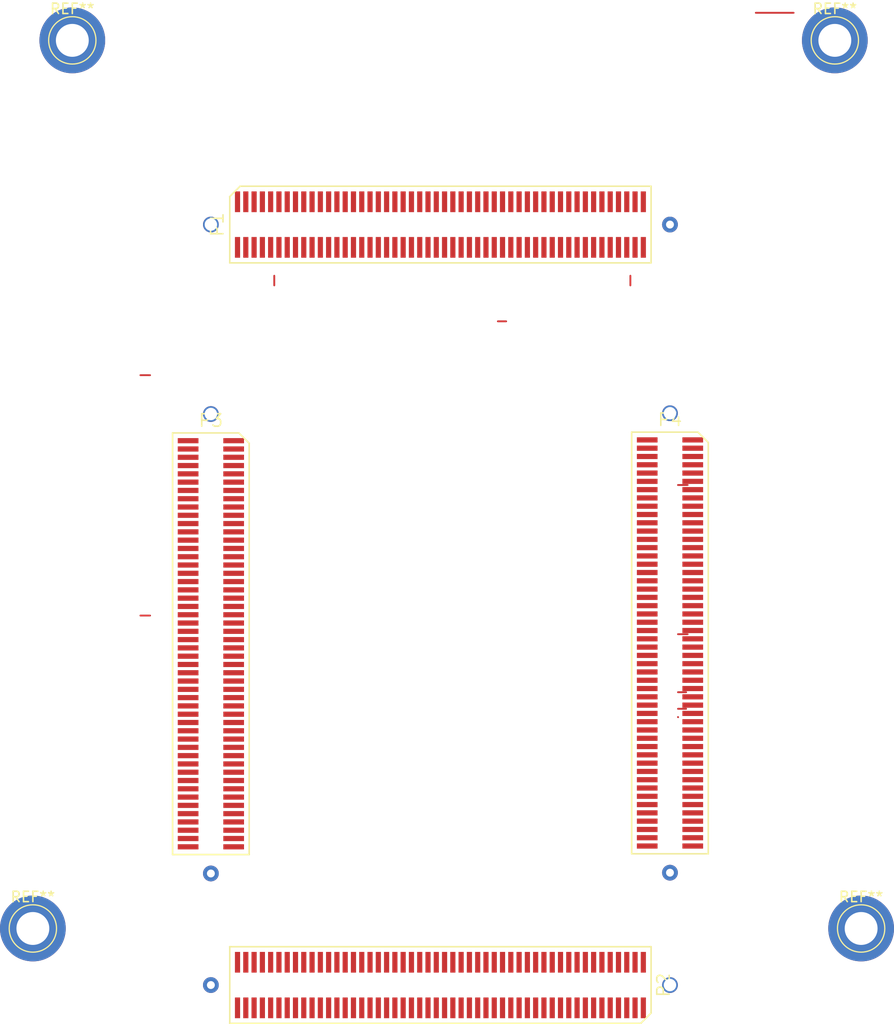
<source format=kicad_pcb>
(kicad_pcb (version 4) (host pcbnew 4.0.5)

  (general
    (links 128)
    (no_connects 128)
    (area 76.116905 50.719895 166.452621 146.782861)
    (thickness 1.6)
    (drawings 0)
    (tracks 14)
    (zones 0)
    (modules 8)
    (nets 277)
  )

  (page A4)
  (layers
    (0 F.Cu signal)
    (31 B.Cu signal)
    (32 B.Adhes user)
    (33 F.Adhes user)
    (34 B.Paste user)
    (35 F.Paste user)
    (36 B.SilkS user)
    (37 F.SilkS user)
    (38 B.Mask user)
    (39 F.Mask user)
    (40 Dwgs.User user)
    (41 Cmts.User user)
    (42 Eco1.User user)
    (43 Eco2.User user)
    (44 Edge.Cuts user)
    (45 Margin user)
    (46 B.CrtYd user)
    (47 F.CrtYd user)
    (48 B.Fab user)
    (49 F.Fab user)
  )

  (setup
    (last_trace_width 0.1778)
    (trace_clearance 0.1778)
    (zone_clearance 0.508)
    (zone_45_only no)
    (trace_min 0.1778)
    (segment_width 0.2)
    (edge_width 0.15)
    (via_size 0.3556)
    (via_drill 0.1016)
    (via_min_size 0.3556)
    (via_min_drill 0.1016)
    (uvia_size 0.1778)
    (uvia_drill 0.0762)
    (uvias_allowed no)
    (uvia_min_size 0.1778)
    (uvia_min_drill 0.0762)
    (pcb_text_width 0.3)
    (pcb_text_size 1.5 1.5)
    (mod_edge_width 0.15)
    (mod_text_size 1 1)
    (mod_text_width 0.15)
    (pad_size 1.524 1.524)
    (pad_drill 1.2)
    (pad_to_mask_clearance 0.2)
    (aux_axis_origin 0 0)
    (visible_elements FFFFFF7F)
    (pcbplotparams
      (layerselection 0x00030_80000001)
      (usegerberextensions false)
      (excludeedgelayer true)
      (linewidth 0.100000)
      (plotframeref false)
      (viasonmask false)
      (mode 1)
      (useauxorigin false)
      (hpglpennumber 1)
      (hpglpenspeed 20)
      (hpglpendiameter 15)
      (hpglpenoverlay 2)
      (psnegative false)
      (psa4output false)
      (plotreference true)
      (plotvalue true)
      (plotinvisibletext false)
      (padsonsilk false)
      (subtractmaskfromsilk false)
      (outputformat 1)
      (mirror false)
      (drillshape 1)
      (scaleselection 1)
      (outputdirectory ""))
  )

  (net 0 "")
  (net 1 "Net-(P1-Pad100)")
  (net 2 /JTAG_TMS)
  (net 3 "Net-(P1-Pad99)")
  (net 4 /JTAG_TCK)
  (net 5 "Net-(P1-Pad98)")
  (net 6 /FPGA_TDI)
  (net 7 "Net-(P1-Pad97)")
  (net 8 /FPGA_TDO)
  (net 9 GND)
  (net 10 /RSTN_C2M)
  (net 11 /PWR_ENABLE)
  (net 12 /SFP_GBT_RX_N)
  (net 13 /CFG_DONE)
  (net 14 /MGTRX2_N)
  (net 15 /CFG_VBATT)
  (net 16 /SFP_GBT_RX_P)
  (net 17 /HDMI_INTN)
  (net 18 /MGTRX2_P)
  (net 19 /HDMI_PD)
  (net 20 /FMC_GBT_REFCLK_N)
  (net 21 /CAM_DATA2_P)
  (net 22 /FMC_GBT_RX_N)
  (net 23 /CAM_DATA1_P)
  (net 24 /FMC_GBT_REFCLK_P)
  (net 25 /CAM_DATA2_N)
  (net 26 /FMC_GBT_RX_P)
  (net 27 /CAM_DATA1_N)
  (net 28 /PB_GPIO_0)
  (net 29 /CAM_DATA4_P)
  (net 30 /CAM_CLK_N)
  (net 31 /CAM_DATA3_P)
  (net 32 /CAM_REFCLK)
  (net 33 /CAM_DATA4_N)
  (net 34 /CAM_CLK_P)
  (net 35 /CAM_DATA3_N)
  (net 36 /VADJ)
  (net 37 /CAM_DATA6_P)
  (net 38 /CAM_DATA5_P)
  (net 39 /HDMI_D35)
  (net 40 /CAM_DATA6_N)
  (net 41 /HDMI_DE)
  (net 42 /CAM_DATA5_N)
  (net 43 /HDMI_D34)
  (net 44 /HDMI_CLK)
  (net 45 /CAM_SPI_EN)
  (net 46 /CAM_DATA7_P)
  (net 47 /HDMI_D31)
  (net 48 /CAM_SPI_CLK)
  (net 49 /HDMI_D33)
  (net 50 /CAM_DATA7_N)
  (net 51 /HDMI_D30)
  (net 52 /HDMI_D32)
  (net 53 /CAM_SPI_MISO)
  (net 54 /HDMI_SPDIF)
  (net 55 /HDMI_D27)
  (net 56 /CAM_SPI_MOSI)
  (net 57 /HDMI_D29)
  (net 58 /HDMI_SPDIF_OUT)
  (net 59 /HDMI_D26)
  (net 60 /HDMI_D28)
  (net 61 /VIN_HDR)
  (net 62 /HDMI_D20)
  (net 63 /HDMI_VSYNC)
  (net 64 /HDMI_D21)
  (net 65 /HDMI_HSYNC)
  (net 66 /CAM_DATA0_N)
  (net 67 /HDMI_D25)
  (net 68 /CAM_DATA0_P)
  (net 69 /CAM_SYNC_P)
  (net 70 /HDMI_D24)
  (net 71 /HDMI_D22)
  (net 72 /CAM_SYNC_N)
  (net 73 /HDMI_D23)
  (net 74 /DIP_GPIO_0)
  (net 75 /FMC_LA20_P)
  (net 76 "Net-(P2-Pad99)")
  (net 77 /FMC_LA19_P)
  (net 78 /LED_GPIO_3)
  (net 79 /FMC_LA20_N)
  (net 80 /FMC_LA19_N)
  (net 81 /SFP_GPIO_5)
  (net 82 /FMC_LA22_P)
  (net 83 /RF_GPIO2_BANK12)
  (net 84 /FMC_LA21_P)
  (net 85 /SFP_GPIO_4)
  (net 86 /FMC_LA22_N)
  (net 87 /SFP_GPIO_6)
  (net 88 /FMC_LA21_N)
  (net 89 /VCCIO_EN)
  (net 90 "Net-(P2-Pad10)")
  (net 91 /SFP_GPIO_3)
  (net 92 /SFP_GPIO_1)
  (net 93 /PG_MODULE)
  (net 94 /SFP_GPIO_2)
  (net 95 /FMC_PRSNT)
  (net 96 /SFP_GPIO_0)
  (net 97 /DIP_GPIO_3)
  (net 98 /FMC_LA16_N)
  (net 99 /FMC_LA23_P)
  (net 100 /FMC_LA15_N)
  (net 101 /SCL)
  (net 102 /FMC_LA16_P)
  (net 103 /FMC_LA23_N)
  (net 104 /FMC_LA15_P)
  (net 105 /SDA)
  (net 106 /1V8)
  (net 107 /FMC_LA25_P)
  (net 108 /FMC_LA24_P)
  (net 109 /I2C3_SCL)
  (net 110 /FMC_LA25_N)
  (net 111 /SYS_SPI_MOSI)
  (net 112 /FMC_LA24_N)
  (net 113 /I2C3_SDA)
  (net 114 /SYS_SPI_SCK)
  (net 115 /FMC_LA27_P)
  (net 116 /FMC_LA26_P)
  (net 117 /I2C2_SCL)
  (net 118 /FMC_LA27_N)
  (net 119 /FMC_LA26_N)
  (net 120 /I2C2_SDA)
  (net 121 /FMC_LA17_CC_P)
  (net 122 /FMC_LA18_CC_P)
  (net 123 /FMC_LA33_N)
  (net 124 /FMC_LA17_CC_N)
  (net 125 /RF_GPIO1_BANK13)
  (net 126 /FMC_LA18_CC_N)
  (net 127 /FMC_LA33_P)
  (net 128 /RF_GPIO0_BANK13)
  (net 129 /FMC_LA28_P)
  (net 130 /FMC_CLK1_M2C_P)
  (net 131 /FMC_LA28_N)
  (net 132 /FMC_CLK1_M2C_N)
  (net 133 /FMC_LA31_N)
  (net 134 /FMC_LA32_N)
  (net 135 /FMC_LA31_P)
  (net 136 /FMC_LA30_P)
  (net 137 /FMC_LA32_P)
  (net 138 /FMC_LA29_P)
  (net 139 /FMC_LA30_N)
  (net 140 /FMC_LA29_N)
  (net 141 /FMC_LA13_N)
  (net 142 /MGTREFCLK1_P)
  (net 143 /FMC_LA14_N)
  (net 144 "Net-(P3-Pad2)")
  (net 145 /FMC_LA13_P)
  (net 146 /MGTREFCLK1_N)
  (net 147 /FMC_LA14_P)
  (net 148 "Net-(P3-Pad4)")
  (net 149 /1V0_AVCC)
  (net 150 /FMC_CLK0_M2C_N)
  (net 151 /FMC_GBT_TX_P)
  (net 152 /FMC_LA12_N)
  (net 153 /FMC_CLK0_M2C_P)
  (net 154 /FMC_GBT_TX_N)
  (net 155 /FMC_LA12_P)
  (net 156 /FMC_LA01_CC_N)
  (net 157 /MGTTX2_P)
  (net 158 /FMC_LA00_CC_N)
  (net 159 /SFP_GBT_TX_P)
  (net 160 /FMC_LA01_CC_P)
  (net 161 /MGTTX2_N)
  (net 162 /FMC_LA00_CC_P)
  (net 163 /SFP_GBT_TX_N)
  (net 164 /FMC_LA10_N)
  (net 165 /FMC_LA02_P)
  (net 166 /FMC_LA11_N)
  (net 167 "Net-(P3-Pad20)")
  (net 168 /FMC_LA10_P)
  (net 169 /FMC_LA02_N)
  (net 170 /FMC_LA11_P)
  (net 171 "Net-(P3-Pad22)")
  (net 172 /FMC_LA08_N)
  (net 173 /FMC_LA04_P)
  (net 174 /FMC_LA09_N)
  (net 175 /FMC_LA03_P)
  (net 176 /FMC_LA08_P)
  (net 177 /FMC_LA04_N)
  (net 178 /FMC_LA09_P)
  (net 179 /FMC_LA03_N)
  (net 180 /1V2_AVTT)
  (net 181 /USB_OTG_CPEN)
  (net 182 /FMC_LA05_P)
  (net 183 /SD1_B_CMD)
  (net 184 /USB_VBUS_OTG)
  (net 185 /FMC_LA05_N)
  (net 186 /SD1_B_DAT1)
  (net 187 /FMC_LA07_P)
  (net 188 /USB_OTG_ID)
  (net 189 /SD1_B_DAT3)
  (net 190 /SD1_B_DAT0)
  (net 191 /SD1_B_DAT2)
  (net 192 /ETH0_MD3_N)
  (net 193 /FMC_LA06_P)
  (net 194 /ETH0_MD4_N)
  (net 195 /SD1_B_CDN)
  (net 196 /ETH0_MD3_P)
  (net 197 /FMC_LA06_N)
  (net 198 /ETH0_MD4_P)
  (net 199 /SD1_B_CLK)
  (net 200 /ETH0_MD1_N)
  (net 201 /ETH0_PHY_LED1)
  (net 202 /ETH0_MD2_N)
  (net 203 /ETH0_PHY_LED0)
  (net 204 /ETH0_MD1_P)
  (net 205 /ETH0_MD2_P)
  (net 206 /USB_UART_RXD)
  (net 207 /AD9361_GPO1)
  (net 208 /ETH1_RESETN)
  (net 209 /AD9361_GPO0)
  (net 210 "Net-(P4-Pad98)")
  (net 211 /AD9361_GPO3)
  (net 212 /USB_UART_TXD)
  (net 213 /AD9361_GPO2)
  (net 214 /SGPIO3)
  (net 215 /AD9361_AUXAC1)
  (net 216 /SYS_SCL)
  (net 217 /AD9361_AUXADC)
  (net 218 /SGPIO2)
  (net 219 /AD9361_AUXAC2)
  (net 220 /SYS_SDA)
  (net 221 "Net-(P4-Pad10)")
  (net 222 /GPIO3)
  (net 223 /LED_GPIO_1)
  (net 224 /SGPIO1)
  (net 225 /DIP_GPIO_1)
  (net 226 /GPIO2)
  (net 227 /LED_GPIO_2)
  (net 228 /SGPIO0)
  (net 229 /DIP_GPIO_2)
  (net 230 "Net-(P4-Pad82)")
  (net 231 /CAM_GPIO_2)
  (net 232 "Net-(P4-Pad81)")
  (net 233 /CAM_GPIO_0)
  (net 234 /SPI2_MOSI)
  (net 235 /CAM_GPIO_3)
  (net 236 /GPIO1)
  (net 237 /CAM_GPIO_1)
  (net 238 /SPI2_SCK)
  (net 239 /GPIO0)
  (net 240 /SYS_SPI_NSS)
  (net 241 /CAM_GPIO_6)
  (net 242 /SPI2_MISO)
  (net 243 /CAM_GPIO_4)
  (net 244 /SYS_SPI_MISO)
  (net 245 /CAM_GPIO_7)
  (net 246 /SPI2_NSS)
  (net 247 /CAM_GPIO_5)
  (net 248 /LED_GPIO_0)
  (net 249 /I2S_MCLK)
  (net 250 /FAN_TACH)
  (net 251 /CAM_GPIO_8)
  (net 252 /RF_GPIO5_BANK34)
  (net 253 /I2S_BCLK)
  (net 254 /FAN_PWM)
  (net 255 /RF_GPIO3_BANK34)
  (net 256 /I2S_SDATA_IN)
  (net 257 /I2S_LRCLK)
  (net 258 /AD9361_CLK)
  (net 259 /PB_GPIO_1)
  (net 260 /RF_GPIO4_BANK34)
  (net 261 /I2S_SDATA_OUT)
  (net 262 /EHT1_TXD3)
  (net 263 /ETH1_RX_CLK)
  (net 264 /ETH1_MDIO)
  (net 265 /PB_GPIO_2)
  (net 266 /ETH1_TXD2)
  (net 267 /ETH1_RXD1)
  (net 268 /ETH1_MDC)
  (net 269 /PB_GPIO_3)
  (net 270 /ETH1_RXD2)
  (net 271 /ETH1_TX_CTRL)
  (net 272 /ETH1_RX_CTRL)
  (net 273 /ETH1_TXD1)
  (net 274 /ET1_RXD3)
  (net 275 /ETH1_TX_CLK)
  (net 276 /ETH1_TXD0)

  (net_class Default "This is the default net class."
    (clearance 0.1778)
    (trace_width 0.1778)
    (via_dia 0.3556)
    (via_drill 0.1016)
    (uvia_dia 0.1778)
    (uvia_drill 0.0762)
    (add_net /1V0_AVCC)
    (add_net /1V2_AVTT)
    (add_net /1V8)
    (add_net /AD9361_AUXAC1)
    (add_net /AD9361_AUXAC2)
    (add_net /AD9361_AUXADC)
    (add_net /AD9361_CLK)
    (add_net /AD9361_GPO0)
    (add_net /AD9361_GPO1)
    (add_net /AD9361_GPO2)
    (add_net /AD9361_GPO3)
    (add_net /CAM_CLK_N)
    (add_net /CAM_CLK_P)
    (add_net /CAM_DATA0_N)
    (add_net /CAM_DATA0_P)
    (add_net /CAM_DATA1_N)
    (add_net /CAM_DATA1_P)
    (add_net /CAM_DATA2_N)
    (add_net /CAM_DATA2_P)
    (add_net /CAM_DATA3_N)
    (add_net /CAM_DATA3_P)
    (add_net /CAM_DATA4_N)
    (add_net /CAM_DATA4_P)
    (add_net /CAM_DATA5_N)
    (add_net /CAM_DATA5_P)
    (add_net /CAM_DATA6_N)
    (add_net /CAM_DATA6_P)
    (add_net /CAM_DATA7_N)
    (add_net /CAM_DATA7_P)
    (add_net /CAM_GPIO_0)
    (add_net /CAM_GPIO_1)
    (add_net /CAM_GPIO_2)
    (add_net /CAM_GPIO_3)
    (add_net /CAM_GPIO_4)
    (add_net /CAM_GPIO_5)
    (add_net /CAM_GPIO_6)
    (add_net /CAM_GPIO_7)
    (add_net /CAM_GPIO_8)
    (add_net /CAM_REFCLK)
    (add_net /CAM_SPI_CLK)
    (add_net /CAM_SPI_EN)
    (add_net /CAM_SPI_MISO)
    (add_net /CAM_SPI_MOSI)
    (add_net /CAM_SYNC_N)
    (add_net /CAM_SYNC_P)
    (add_net /CFG_DONE)
    (add_net /CFG_VBATT)
    (add_net /DIP_GPIO_0)
    (add_net /DIP_GPIO_1)
    (add_net /DIP_GPIO_2)
    (add_net /DIP_GPIO_3)
    (add_net /EHT1_TXD3)
    (add_net /ET1_RXD3)
    (add_net /ETH0_MD1_N)
    (add_net /ETH0_MD1_P)
    (add_net /ETH0_MD2_N)
    (add_net /ETH0_MD2_P)
    (add_net /ETH0_MD3_N)
    (add_net /ETH0_MD3_P)
    (add_net /ETH0_MD4_N)
    (add_net /ETH0_MD4_P)
    (add_net /ETH0_PHY_LED0)
    (add_net /ETH0_PHY_LED1)
    (add_net /ETH1_MDC)
    (add_net /ETH1_MDIO)
    (add_net /ETH1_RESETN)
    (add_net /ETH1_RXD1)
    (add_net /ETH1_RXD2)
    (add_net /ETH1_RX_CLK)
    (add_net /ETH1_RX_CTRL)
    (add_net /ETH1_TXD0)
    (add_net /ETH1_TXD1)
    (add_net /ETH1_TXD2)
    (add_net /ETH1_TX_CLK)
    (add_net /ETH1_TX_CTRL)
    (add_net /FAN_PWM)
    (add_net /FAN_TACH)
    (add_net /FMC_CLK0_M2C_N)
    (add_net /FMC_CLK0_M2C_P)
    (add_net /FMC_CLK1_M2C_N)
    (add_net /FMC_CLK1_M2C_P)
    (add_net /FMC_GBT_REFCLK_N)
    (add_net /FMC_GBT_REFCLK_P)
    (add_net /FMC_GBT_RX_N)
    (add_net /FMC_GBT_RX_P)
    (add_net /FMC_GBT_TX_N)
    (add_net /FMC_GBT_TX_P)
    (add_net /FMC_LA00_CC_N)
    (add_net /FMC_LA00_CC_P)
    (add_net /FMC_LA01_CC_N)
    (add_net /FMC_LA01_CC_P)
    (add_net /FMC_LA02_N)
    (add_net /FMC_LA02_P)
    (add_net /FMC_LA03_N)
    (add_net /FMC_LA03_P)
    (add_net /FMC_LA04_N)
    (add_net /FMC_LA04_P)
    (add_net /FMC_LA05_N)
    (add_net /FMC_LA05_P)
    (add_net /FMC_LA06_N)
    (add_net /FMC_LA06_P)
    (add_net /FMC_LA07_P)
    (add_net /FMC_LA08_N)
    (add_net /FMC_LA08_P)
    (add_net /FMC_LA09_N)
    (add_net /FMC_LA09_P)
    (add_net /FMC_LA10_N)
    (add_net /FMC_LA10_P)
    (add_net /FMC_LA11_N)
    (add_net /FMC_LA11_P)
    (add_net /FMC_LA12_N)
    (add_net /FMC_LA12_P)
    (add_net /FMC_LA13_N)
    (add_net /FMC_LA13_P)
    (add_net /FMC_LA14_N)
    (add_net /FMC_LA14_P)
    (add_net /FMC_LA15_N)
    (add_net /FMC_LA15_P)
    (add_net /FMC_LA16_N)
    (add_net /FMC_LA16_P)
    (add_net /FMC_LA17_CC_N)
    (add_net /FMC_LA17_CC_P)
    (add_net /FMC_LA18_CC_N)
    (add_net /FMC_LA18_CC_P)
    (add_net /FMC_LA19_N)
    (add_net /FMC_LA19_P)
    (add_net /FMC_LA20_N)
    (add_net /FMC_LA20_P)
    (add_net /FMC_LA21_N)
    (add_net /FMC_LA21_P)
    (add_net /FMC_LA22_N)
    (add_net /FMC_LA22_P)
    (add_net /FMC_LA23_N)
    (add_net /FMC_LA23_P)
    (add_net /FMC_LA24_N)
    (add_net /FMC_LA24_P)
    (add_net /FMC_LA25_N)
    (add_net /FMC_LA25_P)
    (add_net /FMC_LA26_N)
    (add_net /FMC_LA26_P)
    (add_net /FMC_LA27_N)
    (add_net /FMC_LA27_P)
    (add_net /FMC_LA28_N)
    (add_net /FMC_LA28_P)
    (add_net /FMC_LA29_N)
    (add_net /FMC_LA29_P)
    (add_net /FMC_LA30_N)
    (add_net /FMC_LA30_P)
    (add_net /FMC_LA31_N)
    (add_net /FMC_LA31_P)
    (add_net /FMC_LA32_N)
    (add_net /FMC_LA32_P)
    (add_net /FMC_LA33_N)
    (add_net /FMC_LA33_P)
    (add_net /FMC_PRSNT)
    (add_net /FPGA_TDI)
    (add_net /FPGA_TDO)
    (add_net /GPIO0)
    (add_net /GPIO1)
    (add_net /GPIO2)
    (add_net /GPIO3)
    (add_net /HDMI_CLK)
    (add_net /HDMI_D20)
    (add_net /HDMI_D21)
    (add_net /HDMI_D22)
    (add_net /HDMI_D23)
    (add_net /HDMI_D24)
    (add_net /HDMI_D25)
    (add_net /HDMI_D26)
    (add_net /HDMI_D27)
    (add_net /HDMI_D28)
    (add_net /HDMI_D29)
    (add_net /HDMI_D30)
    (add_net /HDMI_D31)
    (add_net /HDMI_D32)
    (add_net /HDMI_D33)
    (add_net /HDMI_D34)
    (add_net /HDMI_D35)
    (add_net /HDMI_DE)
    (add_net /HDMI_HSYNC)
    (add_net /HDMI_INTN)
    (add_net /HDMI_PD)
    (add_net /HDMI_SPDIF)
    (add_net /HDMI_SPDIF_OUT)
    (add_net /HDMI_VSYNC)
    (add_net /I2C2_SCL)
    (add_net /I2C2_SDA)
    (add_net /I2C3_SCL)
    (add_net /I2C3_SDA)
    (add_net /I2S_BCLK)
    (add_net /I2S_LRCLK)
    (add_net /I2S_MCLK)
    (add_net /I2S_SDATA_IN)
    (add_net /I2S_SDATA_OUT)
    (add_net /JTAG_TCK)
    (add_net /JTAG_TMS)
    (add_net /LED_GPIO_0)
    (add_net /LED_GPIO_1)
    (add_net /LED_GPIO_2)
    (add_net /LED_GPIO_3)
    (add_net /MGTREFCLK1_N)
    (add_net /MGTREFCLK1_P)
    (add_net /MGTRX2_N)
    (add_net /MGTRX2_P)
    (add_net /MGTTX2_N)
    (add_net /MGTTX2_P)
    (add_net /PB_GPIO_0)
    (add_net /PB_GPIO_1)
    (add_net /PB_GPIO_2)
    (add_net /PB_GPIO_3)
    (add_net /PG_MODULE)
    (add_net /PWR_ENABLE)
    (add_net /RF_GPIO0_BANK13)
    (add_net /RF_GPIO1_BANK13)
    (add_net /RF_GPIO2_BANK12)
    (add_net /RF_GPIO3_BANK34)
    (add_net /RF_GPIO4_BANK34)
    (add_net /RF_GPIO5_BANK34)
    (add_net /RSTN_C2M)
    (add_net /SCL)
    (add_net /SD1_B_CDN)
    (add_net /SD1_B_CLK)
    (add_net /SD1_B_CMD)
    (add_net /SD1_B_DAT0)
    (add_net /SD1_B_DAT1)
    (add_net /SD1_B_DAT2)
    (add_net /SD1_B_DAT3)
    (add_net /SDA)
    (add_net /SFP_GBT_RX_N)
    (add_net /SFP_GBT_RX_P)
    (add_net /SFP_GBT_TX_N)
    (add_net /SFP_GBT_TX_P)
    (add_net /SFP_GPIO_0)
    (add_net /SFP_GPIO_1)
    (add_net /SFP_GPIO_2)
    (add_net /SFP_GPIO_3)
    (add_net /SFP_GPIO_4)
    (add_net /SFP_GPIO_5)
    (add_net /SFP_GPIO_6)
    (add_net /SGPIO0)
    (add_net /SGPIO1)
    (add_net /SGPIO2)
    (add_net /SGPIO3)
    (add_net /SPI2_MISO)
    (add_net /SPI2_MOSI)
    (add_net /SPI2_NSS)
    (add_net /SPI2_SCK)
    (add_net /SYS_SCL)
    (add_net /SYS_SDA)
    (add_net /SYS_SPI_MISO)
    (add_net /SYS_SPI_MOSI)
    (add_net /SYS_SPI_NSS)
    (add_net /SYS_SPI_SCK)
    (add_net /USB_OTG_CPEN)
    (add_net /USB_OTG_ID)
    (add_net /USB_UART_RXD)
    (add_net /USB_UART_TXD)
    (add_net /USB_VBUS_OTG)
    (add_net /VADJ)
    (add_net /VCCIO_EN)
    (add_net /VIN_HDR)
    (add_net GND)
    (add_net "Net-(P1-Pad100)")
    (add_net "Net-(P1-Pad97)")
    (add_net "Net-(P1-Pad98)")
    (add_net "Net-(P1-Pad99)")
    (add_net "Net-(P2-Pad10)")
    (add_net "Net-(P2-Pad99)")
    (add_net "Net-(P3-Pad2)")
    (add_net "Net-(P3-Pad20)")
    (add_net "Net-(P3-Pad22)")
    (add_net "Net-(P3-Pad4)")
    (add_net "Net-(P4-Pad10)")
    (add_net "Net-(P4-Pad81)")
    (add_net "Net-(P4-Pad82)")
    (add_net "Net-(P4-Pad98)")
  )

  (module Project:BERGSTAK_100_PIN1_RIGHT (layer F.Cu) (tedit 59E998F9) (tstamp 59D552EF)
    (at 142.8242 114.046 270)
    (path /58E010B1)
    (fp_text reference P4 (at -21.55 0 360) (layer F.SilkS)
      (effects (font (size 1.2 1.2) (thickness 0.15)))
    )
    (fp_text value CONN_02X50 (at 0 0 270) (layer F.Fab)
      (effects (font (size 1.2 1.2) (thickness 0.15)))
    )
    (fp_line (start -19.35 -3.7) (end -20.35 -2.7) (layer F.SilkS) (width 0.15))
    (fp_line (start -20.35 -2.7) (end -20.35 3.7) (layer F.SilkS) (width 0.15))
    (fp_line (start -20.35 3.7) (end 20.35 3.7) (layer F.SilkS) (width 0.15))
    (fp_line (start 20.35 3.7) (end 20.35 -3.7) (layer F.SilkS) (width 0.15))
    (fp_line (start 20.35 -3.7) (end -19.35 -3.7) (layer F.SilkS) (width 0.15))
    (pad 1 smd rect (at -19.6 -2.2 270) (size 0.5 2) (layers F.Cu F.Paste F.Mask)
      (net 206 /USB_UART_RXD))
    (pad 2 smd rect (at -19.6 2.2 270) (size 0.5 2) (layers F.Cu F.Paste F.Mask)
      (net 207 /AD9361_GPO1))
    (pad 3 smd rect (at -18.8 -2.2 270) (size 0.5 2) (layers F.Cu F.Paste F.Mask)
      (net 208 /ETH1_RESETN))
    (pad 4 smd rect (at -18.8 2.2 270) (size 0.5 2) (layers F.Cu F.Paste F.Mask)
      (net 209 /AD9361_GPO0))
    (pad 5 smd rect (at -18 -2.2 270) (size 0.5 2) (layers F.Cu F.Paste F.Mask)
      (net 210 "Net-(P4-Pad98)"))
    (pad 6 smd rect (at -18 2.2 270) (size 0.5 2) (layers F.Cu F.Paste F.Mask)
      (net 211 /AD9361_GPO3))
    (pad 7 smd rect (at -17.2 -2.2 270) (size 0.5 2) (layers F.Cu F.Paste F.Mask)
      (net 212 /USB_UART_TXD))
    (pad 8 smd rect (at -17.2 2.2 270) (size 0.5 2) (layers F.Cu F.Paste F.Mask)
      (net 213 /AD9361_GPO2))
    (pad 9 smd rect (at -16.4 -2.2 270) (size 0.5 2) (layers F.Cu F.Paste F.Mask)
      (net 9 GND))
    (pad 10 smd rect (at -16.4 2.2 270) (size 0.5 2) (layers F.Cu F.Paste F.Mask)
      (net 9 GND))
    (pad 11 smd rect (at -15.6 -2.2 270) (size 0.5 2) (layers F.Cu F.Paste F.Mask)
      (net 9 GND))
    (pad 12 smd rect (at -15.6 2.2 270) (size 0.5 2) (layers F.Cu F.Paste F.Mask)
      (net 9 GND))
    (pad 13 smd rect (at -14.8 -2.2 270) (size 0.5 2) (layers F.Cu F.Paste F.Mask)
      (net 214 /SGPIO3))
    (pad 14 smd rect (at -14.8 2.2 270) (size 0.5 2) (layers F.Cu F.Paste F.Mask)
      (net 215 /AD9361_AUXAC1))
    (pad 15 smd rect (at -14 -2.2 270) (size 0.5 2) (layers F.Cu F.Paste F.Mask)
      (net 216 /SYS_SCL))
    (pad 16 smd rect (at -14 2.2 270) (size 0.5 2) (layers F.Cu F.Paste F.Mask)
      (net 217 /AD9361_AUXADC))
    (pad 17 smd rect (at -13.2 -2.2 270) (size 0.5 2) (layers F.Cu F.Paste F.Mask)
      (net 218 /SGPIO2))
    (pad 18 smd rect (at -13.2 2.2 270) (size 0.5 2) (layers F.Cu F.Paste F.Mask)
      (net 219 /AD9361_AUXAC2))
    (pad 19 smd rect (at -12.4 -2.2 270) (size 0.5 2) (layers F.Cu F.Paste F.Mask)
      (net 220 /SYS_SDA))
    (pad 20 smd rect (at -12.4 2.2 270) (size 0.5 2) (layers F.Cu F.Paste F.Mask)
      (net 221 "Net-(P4-Pad10)"))
    (pad 21 smd rect (at -11.6 -2.2 270) (size 0.5 2) (layers F.Cu F.Paste F.Mask)
      (net 9 GND))
    (pad 22 smd rect (at -11.6 2.2 270) (size 0.5 2) (layers F.Cu F.Paste F.Mask)
      (net 9 GND))
    (pad 23 smd rect (at -10.8 -2.2 270) (size 0.5 2) (layers F.Cu F.Paste F.Mask)
      (net 9 GND))
    (pad 24 smd rect (at -10.8 2.2 270) (size 0.5 2) (layers F.Cu F.Paste F.Mask)
      (net 9 GND))
    (pad 25 smd rect (at -10 -2.2 270) (size 0.5 2) (layers F.Cu F.Paste F.Mask)
      (net 222 /GPIO3))
    (pad 26 smd rect (at -10 2.2 270) (size 0.5 2) (layers F.Cu F.Paste F.Mask)
      (net 223 /LED_GPIO_1))
    (pad 27 smd rect (at -9.2 -2.2 270) (size 0.5 2) (layers F.Cu F.Paste F.Mask)
      (net 224 /SGPIO1))
    (pad 28 smd rect (at -9.2 2.2 270) (size 0.5 2) (layers F.Cu F.Paste F.Mask)
      (net 225 /DIP_GPIO_1))
    (pad 29 smd rect (at -8.4 -2.2 270) (size 0.5 2) (layers F.Cu F.Paste F.Mask)
      (net 226 /GPIO2))
    (pad 30 smd rect (at -8.4 2.2 270) (size 0.5 2) (layers F.Cu F.Paste F.Mask)
      (net 227 /LED_GPIO_2))
    (pad 31 smd rect (at -7.6 -2.2 270) (size 0.5 2) (layers F.Cu F.Paste F.Mask)
      (net 228 /SGPIO0))
    (pad 32 smd rect (at -7.6 2.2 270) (size 0.5 2) (layers F.Cu F.Paste F.Mask)
      (net 229 /DIP_GPIO_2))
    (pad 33 smd rect (at -6.8 -2.2 270) (size 0.5 2) (layers F.Cu F.Paste F.Mask)
      (net 9 GND))
    (pad 34 smd rect (at -6.8 2.2 270) (size 0.5 2) (layers F.Cu F.Paste F.Mask)
      (net 9 GND))
    (pad 35 smd rect (at -6 -2.2 270) (size 0.5 2) (layers F.Cu F.Paste F.Mask)
      (net 9 GND))
    (pad 36 smd rect (at -6 2.2 270) (size 0.5 2) (layers F.Cu F.Paste F.Mask)
      (net 9 GND))
    (pad 37 smd rect (at -5.2 -2.2 270) (size 0.5 2) (layers F.Cu F.Paste F.Mask)
      (net 230 "Net-(P4-Pad82)"))
    (pad 38 smd rect (at -5.2 2.2 270) (size 0.5 2) (layers F.Cu F.Paste F.Mask)
      (net 231 /CAM_GPIO_2))
    (pad 39 smd rect (at -4.4 -2.2 270) (size 0.5 2) (layers F.Cu F.Paste F.Mask)
      (net 232 "Net-(P4-Pad81)"))
    (pad 40 smd rect (at -4.4 2.2 270) (size 0.5 2) (layers F.Cu F.Paste F.Mask)
      (net 233 /CAM_GPIO_0))
    (pad 41 smd rect (at -3.6 -2.2 270) (size 0.5 2) (layers F.Cu F.Paste F.Mask)
      (net 234 /SPI2_MOSI))
    (pad 42 smd rect (at -3.6 2.2 270) (size 0.5 2) (layers F.Cu F.Paste F.Mask)
      (net 235 /CAM_GPIO_3))
    (pad 43 smd rect (at -2.8 -2.2 270) (size 0.5 2) (layers F.Cu F.Paste F.Mask)
      (net 236 /GPIO1))
    (pad 44 smd rect (at -2.8 2.2 270) (size 0.5 2) (layers F.Cu F.Paste F.Mask)
      (net 237 /CAM_GPIO_1))
    (pad 45 smd rect (at -2 -2.2 270) (size 0.5 2) (layers F.Cu F.Paste F.Mask)
      (net 238 /SPI2_SCK))
    (pad 46 smd rect (at -2 2.2 270) (size 0.5 2) (layers F.Cu F.Paste F.Mask)
      (net 9 GND))
    (pad 47 smd rect (at -1.2 -2.2 270) (size 0.5 2) (layers F.Cu F.Paste F.Mask)
      (net 239 /GPIO0))
    (pad 48 smd rect (at -1.2 2.2 270) (size 0.5 2) (layers F.Cu F.Paste F.Mask)
      (net 9 GND))
    (pad 49 smd rect (at -0.4 -2.2 270) (size 0.5 2) (layers F.Cu F.Paste F.Mask)
      (net 240 /SYS_SPI_NSS))
    (pad 50 smd rect (at -0.4 2.2 270) (size 0.5 2) (layers F.Cu F.Paste F.Mask)
      (net 241 /CAM_GPIO_6))
    (pad 51 smd rect (at 0.4 -2.2 270) (size 0.5 2) (layers F.Cu F.Paste F.Mask)
      (net 242 /SPI2_MISO))
    (pad 52 smd rect (at 0.4 2.2 270) (size 0.5 2) (layers F.Cu F.Paste F.Mask)
      (net 243 /CAM_GPIO_4))
    (pad 53 smd rect (at 1.2 -2.2 270) (size 0.5 2) (layers F.Cu F.Paste F.Mask)
      (net 244 /SYS_SPI_MISO))
    (pad 54 smd rect (at 1.2 2.2 270) (size 0.5 2) (layers F.Cu F.Paste F.Mask)
      (net 245 /CAM_GPIO_7))
    (pad 55 smd rect (at 2 -2.2 270) (size 0.5 2) (layers F.Cu F.Paste F.Mask)
      (net 246 /SPI2_NSS))
    (pad 56 smd rect (at 2 2.2 270) (size 0.5 2) (layers F.Cu F.Paste F.Mask)
      (net 247 /CAM_GPIO_5))
    (pad 57 smd rect (at 2.8 -2.2 270) (size 0.5 2) (layers F.Cu F.Paste F.Mask)
      (net 9 GND))
    (pad 58 smd rect (at 2.8 2.2 270) (size 0.5 2) (layers F.Cu F.Paste F.Mask)
      (net 9 GND))
    (pad 59 smd rect (at 3.6 -2.2 270) (size 0.5 2) (layers F.Cu F.Paste F.Mask)
      (net 9 GND))
    (pad 60 smd rect (at 3.6 2.2 270) (size 0.5 2) (layers F.Cu F.Paste F.Mask)
      (net 9 GND))
    (pad 61 smd rect (at 4.4 -2.2 270) (size 0.5 2) (layers F.Cu F.Paste F.Mask)
      (net 248 /LED_GPIO_0))
    (pad 62 smd rect (at 4.4 2.2 270) (size 0.5 2) (layers F.Cu F.Paste F.Mask)
      (net 249 /I2S_MCLK))
    (pad 63 smd rect (at 5.2 -2.2 270) (size 0.5 2) (layers F.Cu F.Paste F.Mask)
      (net 250 /FAN_TACH))
    (pad 64 smd rect (at 5.2 2.2 270) (size 0.5 2) (layers F.Cu F.Paste F.Mask)
      (net 251 /CAM_GPIO_8))
    (pad 65 smd rect (at 6 -2.2 270) (size 0.5 2) (layers F.Cu F.Paste F.Mask)
      (net 252 /RF_GPIO5_BANK34))
    (pad 66 smd rect (at 6 2.2 270) (size 0.5 2) (layers F.Cu F.Paste F.Mask)
      (net 253 /I2S_BCLK))
    (pad 67 smd rect (at 6.8 -2.2 270) (size 0.5 2) (layers F.Cu F.Paste F.Mask)
      (net 254 /FAN_PWM))
    (pad 68 smd rect (at 6.8 2.2 270) (size 0.5 2) (layers F.Cu F.Paste F.Mask)
      (net 255 /RF_GPIO3_BANK34))
    (pad 69 smd rect (at 7.6 -2.2 270) (size 0.5 2) (layers F.Cu F.Paste F.Mask)
      (net 9 GND))
    (pad 70 smd rect (at 7.6 2.2 270) (size 0.5 2) (layers F.Cu F.Paste F.Mask)
      (net 256 /I2S_SDATA_IN))
    (pad 71 smd rect (at 8.4 -2.2 270) (size 0.5 2) (layers F.Cu F.Paste F.Mask)
      (net 9 GND))
    (pad 72 smd rect (at 8.4 2.2 270) (size 0.5 2) (layers F.Cu F.Paste F.Mask)
      (net 257 /I2S_LRCLK))
    (pad 73 smd rect (at 9.2 -2.2 270) (size 0.5 2) (layers F.Cu F.Paste F.Mask)
      (net 258 /AD9361_CLK))
    (pad 74 smd rect (at 9.2 2.2 270) (size 0.5 2) (layers F.Cu F.Paste F.Mask)
      (net 259 /PB_GPIO_1))
    (pad 75 smd rect (at 10 -2.2 270) (size 0.5 2) (layers F.Cu F.Paste F.Mask)
      (net 260 /RF_GPIO4_BANK34))
    (pad 76 smd rect (at 10 2.2 270) (size 0.5 2) (layers F.Cu F.Paste F.Mask)
      (net 261 /I2S_SDATA_OUT))
    (pad 77 smd rect (at 10.8 -2.2 270) (size 0.5 2) (layers F.Cu F.Paste F.Mask)
      (net 9 GND))
    (pad 78 smd rect (at 10.8 2.2 270) (size 0.5 2) (layers F.Cu F.Paste F.Mask)
      (net 9 GND))
    (pad 79 smd rect (at 11.6 -2.2 270) (size 0.5 2) (layers F.Cu F.Paste F.Mask)
      (net 9 GND))
    (pad 80 smd rect (at 11.6 2.2 270) (size 0.5 2) (layers F.Cu F.Paste F.Mask)
      (net 9 GND))
    (pad 81 smd rect (at 12.4 -2.2 270) (size 0.5 2) (layers F.Cu F.Paste F.Mask)
      (net 262 /EHT1_TXD3))
    (pad 82 smd rect (at 12.4 2.2 270) (size 0.5 2) (layers F.Cu F.Paste F.Mask)
      (net 263 /ETH1_RX_CLK))
    (pad 83 smd rect (at 13.2 -2.2 270) (size 0.5 2) (layers F.Cu F.Paste F.Mask)
      (net 264 /ETH1_MDIO))
    (pad 84 smd rect (at 13.2 2.2 270) (size 0.5 2) (layers F.Cu F.Paste F.Mask)
      (net 265 /PB_GPIO_2))
    (pad 85 smd rect (at 14 -2.2 270) (size 0.5 2) (layers F.Cu F.Paste F.Mask)
      (net 266 /ETH1_TXD2))
    (pad 86 smd rect (at 14 2.2 270) (size 0.5 2) (layers F.Cu F.Paste F.Mask)
      (net 267 /ETH1_RXD1))
    (pad 87 smd rect (at 14.8 -2.2 270) (size 0.5 2) (layers F.Cu F.Paste F.Mask)
      (net 268 /ETH1_MDC))
    (pad 88 smd rect (at 14.8 2.2 270) (size 0.5 2) (layers F.Cu F.Paste F.Mask)
      (net 269 /PB_GPIO_3))
    (pad 89 smd rect (at 15.6 -2.2 270) (size 0.5 2) (layers F.Cu F.Paste F.Mask)
      (net 9 GND))
    (pad 90 smd rect (at 15.6 2.2 270) (size 0.5 2) (layers F.Cu F.Paste F.Mask)
      (net 263 /ETH1_RX_CLK))
    (pad 91 smd rect (at 16.4 -2.2 270) (size 0.5 2) (layers F.Cu F.Paste F.Mask)
      (net 9 GND))
    (pad 92 smd rect (at 16.4 2.2 270) (size 0.5 2) (layers F.Cu F.Paste F.Mask)
      (net 270 /ETH1_RXD2))
    (pad 93 smd rect (at 17.2 -2.2 270) (size 0.5 2) (layers F.Cu F.Paste F.Mask)
      (net 271 /ETH1_TX_CTRL))
    (pad 94 smd rect (at 17.2 2.2 270) (size 0.5 2) (layers F.Cu F.Paste F.Mask)
      (net 272 /ETH1_RX_CTRL))
    (pad 95 smd rect (at 18 -2.2 270) (size 0.5 2) (layers F.Cu F.Paste F.Mask)
      (net 273 /ETH1_TXD1))
    (pad 96 smd rect (at 18 2.2 270) (size 0.5 2) (layers F.Cu F.Paste F.Mask)
      (net 274 /ET1_RXD3))
    (pad 97 smd rect (at 18.8 -2.2 270) (size 0.5 2) (layers F.Cu F.Paste F.Mask)
      (net 275 /ETH1_TX_CLK))
    (pad 98 smd rect (at 18.8 2.2 270) (size 0.5 2) (layers F.Cu F.Paste F.Mask)
      (net 9 GND))
    (pad 99 smd rect (at 19.6 -2.2 270) (size 0.5 2) (layers F.Cu F.Paste F.Mask)
      (net 276 /ETH1_TXD0))
    (pad 100 smd rect (at 19.6 2.2 270) (size 0.5 2) (layers F.Cu F.Paste F.Mask)
      (net 9 GND))
    (pad 2 thru_hole circle (at 22.1742 0 270) (size 1.524 1.524) (drill 0.762) (layers *.Cu *.Mask)
      (net 209 /AD9361_GPO0))
    (pad "" thru_hole circle (at -22.1742 0 270) (size 1.524 1.524) (drill 1.2) (layers *.Cu *.Mask))
  )

  (module Project:BERGSTAK_100_PIN1_RIGHT (layer F.Cu) (tedit 5AEF6D68) (tstamp 59D55280)
    (at 98.4758 114.1222 270)
    (path /58DFFBCF)
    (fp_text reference P3 (at -21.55 0 360) (layer F.SilkS)
      (effects (font (size 1.2 1.2) (thickness 0.15)))
    )
    (fp_text value CONN_02X50 (at 0.878 -0.29 270) (layer F.Fab)
      (effects (font (size 1.2 1.2) (thickness 0.15)))
    )
    (fp_line (start -19.35 -3.7) (end -20.35 -2.7) (layer F.SilkS) (width 0.15))
    (fp_line (start -20.35 -2.7) (end -20.35 3.7) (layer F.SilkS) (width 0.15))
    (fp_line (start -20.35 3.7) (end 20.35 3.7) (layer F.SilkS) (width 0.15))
    (fp_line (start 20.35 3.7) (end 20.35 -3.7) (layer F.SilkS) (width 0.15))
    (fp_line (start 20.35 -3.7) (end -19.35 -3.7) (layer F.SilkS) (width 0.15))
    (pad 1 smd rect (at -19.6 -2.2 270) (size 0.5 2) (layers F.Cu F.Paste F.Mask)
      (net 141 /FMC_LA13_N))
    (pad 2 smd rect (at -19.6 2.2 270) (size 0.5 2) (layers F.Cu F.Paste F.Mask)
      (net 142 /MGTREFCLK1_P))
    (pad 3 smd rect (at -18.8 -2.2 270) (size 0.5 2) (layers F.Cu F.Paste F.Mask)
      (net 143 /FMC_LA14_N))
    (pad 4 smd rect (at -18.8 2.2 270) (size 0.5 2) (layers F.Cu F.Paste F.Mask)
      (net 144 "Net-(P3-Pad2)"))
    (pad 5 smd rect (at -18 -2.2 270) (size 0.5 2) (layers F.Cu F.Paste F.Mask)
      (net 145 /FMC_LA13_P))
    (pad 6 smd rect (at -18 2.2 270) (size 0.5 2) (layers F.Cu F.Paste F.Mask)
      (net 146 /MGTREFCLK1_N))
    (pad 7 smd rect (at -17.2 -2.2 270) (size 0.5 2) (layers F.Cu F.Paste F.Mask)
      (net 147 /FMC_LA14_P))
    (pad 8 smd rect (at -17.2 2.2 270) (size 0.5 2) (layers F.Cu F.Paste F.Mask)
      (net 148 "Net-(P3-Pad4)"))
    (pad 9 smd rect (at -16.4 -2.2 270) (size 0.5 2) (layers F.Cu F.Paste F.Mask)
      (net 9 GND))
    (pad 10 smd rect (at -16.4 2.2 270) (size 0.5 2) (layers F.Cu F.Paste F.Mask)
      (net 9 GND))
    (pad 11 smd rect (at -15.6 -2.2 270) (size 0.5 2) (layers F.Cu F.Paste F.Mask)
      (net 9 GND))
    (pad 12 smd rect (at -15.6 2.2 270) (size 0.5 2) (layers F.Cu F.Paste F.Mask)
      (net 149 /1V0_AVCC))
    (pad 13 smd rect (at -14.8 -2.2 270) (size 0.5 2) (layers F.Cu F.Paste F.Mask)
      (net 150 /FMC_CLK0_M2C_N))
    (pad 14 smd rect (at -14.8 2.2 270) (size 0.5 2) (layers F.Cu F.Paste F.Mask)
      (net 151 /FMC_GBT_TX_P))
    (pad 15 smd rect (at -14 -2.2 270) (size 0.5 2) (layers F.Cu F.Paste F.Mask)
      (net 152 /FMC_LA12_N))
    (pad 16 smd rect (at -14 2.2 270) (size 0.5 2) (layers F.Cu F.Paste F.Mask)
      (net 149 /1V0_AVCC))
    (pad 17 smd rect (at -13.2 -2.2 270) (size 0.5 2) (layers F.Cu F.Paste F.Mask)
      (net 153 /FMC_CLK0_M2C_P))
    (pad 18 smd rect (at -13.2 2.2 270) (size 0.5 2) (layers F.Cu F.Paste F.Mask)
      (net 154 /FMC_GBT_TX_N))
    (pad 19 smd rect (at -12.4 -2.2 270) (size 0.5 2) (layers F.Cu F.Paste F.Mask)
      (net 155 /FMC_LA12_P))
    (pad 20 smd rect (at -12.4 2.2 270) (size 0.5 2) (layers F.Cu F.Paste F.Mask)
      (net 149 /1V0_AVCC))
    (pad 21 smd rect (at -11.6 -2.2 270) (size 0.5 2) (layers F.Cu F.Paste F.Mask)
      (net 9 GND))
    (pad 22 smd rect (at -11.6 2.2 270) (size 0.5 2) (layers F.Cu F.Paste F.Mask)
      (net 9 GND))
    (pad 23 smd rect (at -10.8 -2.2 270) (size 0.5 2) (layers F.Cu F.Paste F.Mask)
      (net 9 GND))
    (pad 24 smd rect (at -10.8 2.2 270) (size 0.5 2) (layers F.Cu F.Paste F.Mask)
      (net 149 /1V0_AVCC))
    (pad 25 smd rect (at -10 -2.2 270) (size 0.5 2) (layers F.Cu F.Paste F.Mask)
      (net 156 /FMC_LA01_CC_N))
    (pad 26 smd rect (at -10 2.2 270) (size 0.5 2) (layers F.Cu F.Paste F.Mask)
      (net 157 /MGTTX2_P))
    (pad 27 smd rect (at -9.2 -2.2 270) (size 0.5 2) (layers F.Cu F.Paste F.Mask)
      (net 158 /FMC_LA00_CC_N))
    (pad 28 smd rect (at -9.2 2.2 270) (size 0.5 2) (layers F.Cu F.Paste F.Mask)
      (net 159 /SFP_GBT_TX_P))
    (pad 29 smd rect (at -8.4 -2.2 270) (size 0.5 2) (layers F.Cu F.Paste F.Mask)
      (net 160 /FMC_LA01_CC_P))
    (pad 30 smd rect (at -8.4 2.2 270) (size 0.5 2) (layers F.Cu F.Paste F.Mask)
      (net 161 /MGTTX2_N))
    (pad 31 smd rect (at -7.6 -2.2 270) (size 0.5 2) (layers F.Cu F.Paste F.Mask)
      (net 162 /FMC_LA00_CC_P))
    (pad 32 smd rect (at -7.6 2.2 270) (size 0.5 2) (layers F.Cu F.Paste F.Mask)
      (net 163 /SFP_GBT_TX_N))
    (pad 33 smd rect (at -6.8 -2.2 270) (size 0.5 2) (layers F.Cu F.Paste F.Mask)
      (net 9 GND))
    (pad 34 smd rect (at -6.8 2.2 270) (size 0.5 2) (layers F.Cu F.Paste F.Mask)
      (net 9 GND))
    (pad 35 smd rect (at -6 -2.2 270) (size 0.5 2) (layers F.Cu F.Paste F.Mask)
      (net 9 GND))
    (pad 36 smd rect (at -6 2.2 270) (size 0.5 2) (layers F.Cu F.Paste F.Mask)
      (net 9 GND))
    (pad 37 smd rect (at -5.2 -2.2 270) (size 0.5 2) (layers F.Cu F.Paste F.Mask)
      (net 164 /FMC_LA10_N))
    (pad 38 smd rect (at -5.2 2.2 270) (size 0.5 2) (layers F.Cu F.Paste F.Mask)
      (net 165 /FMC_LA02_P))
    (pad 39 smd rect (at -4.4 -2.2 270) (size 0.5 2) (layers F.Cu F.Paste F.Mask)
      (net 166 /FMC_LA11_N))
    (pad 40 smd rect (at -4.4 2.2 270) (size 0.5 2) (layers F.Cu F.Paste F.Mask)
      (net 167 "Net-(P3-Pad20)"))
    (pad 41 smd rect (at -3.6 -2.2 270) (size 0.5 2) (layers F.Cu F.Paste F.Mask)
      (net 168 /FMC_LA10_P))
    (pad 42 smd rect (at -3.6 2.2 270) (size 0.5 2) (layers F.Cu F.Paste F.Mask)
      (net 169 /FMC_LA02_N))
    (pad 43 smd rect (at -2.8 -2.2 270) (size 0.5 2) (layers F.Cu F.Paste F.Mask)
      (net 170 /FMC_LA11_P))
    (pad 44 smd rect (at -2.8 2.2 270) (size 0.5 2) (layers F.Cu F.Paste F.Mask)
      (net 171 "Net-(P3-Pad22)"))
    (pad 45 smd rect (at -2 -2.2 270) (size 0.5 2) (layers F.Cu F.Paste F.Mask)
      (net 9 GND))
    (pad 46 smd rect (at -2 2.2 270) (size 0.5 2) (layers F.Cu F.Paste F.Mask)
      (net 9 GND))
    (pad 47 smd rect (at -1.2 -2.2 270) (size 0.5 2) (layers F.Cu F.Paste F.Mask)
      (net 9 GND))
    (pad 48 smd rect (at -1.2 2.2 270) (size 0.5 2) (layers F.Cu F.Paste F.Mask)
      (net 9 GND))
    (pad 49 smd rect (at -0.4 -2.2 270) (size 0.5 2) (layers F.Cu F.Paste F.Mask)
      (net 172 /FMC_LA08_N))
    (pad 50 smd rect (at -0.4 2.2 270) (size 0.5 2) (layers F.Cu F.Paste F.Mask)
      (net 173 /FMC_LA04_P))
    (pad 51 smd rect (at 0.4 -2.2 270) (size 0.5 2) (layers F.Cu F.Paste F.Mask)
      (net 174 /FMC_LA09_N))
    (pad 52 smd rect (at 0.4 2.2 270) (size 0.5 2) (layers F.Cu F.Paste F.Mask)
      (net 175 /FMC_LA03_P))
    (pad 53 smd rect (at 1.2 -2.2 270) (size 0.5 2) (layers F.Cu F.Paste F.Mask)
      (net 176 /FMC_LA08_P))
    (pad 54 smd rect (at 1.2 2.2 270) (size 0.5 2) (layers F.Cu F.Paste F.Mask)
      (net 177 /FMC_LA04_N))
    (pad 55 smd rect (at 2 -2.2 270) (size 0.5 2) (layers F.Cu F.Paste F.Mask)
      (net 178 /FMC_LA09_P))
    (pad 56 smd rect (at 2 2.2 270) (size 0.5 2) (layers F.Cu F.Paste F.Mask)
      (net 179 /FMC_LA03_N))
    (pad 57 smd rect (at 2.8 -2.2 270) (size 0.5 2) (layers F.Cu F.Paste F.Mask)
      (net 9 GND))
    (pad 58 smd rect (at 2.8 2.2 270) (size 0.5 2) (layers F.Cu F.Paste F.Mask)
      (net 180 /1V2_AVTT))
    (pad 59 smd rect (at 3.6 -2.2 270) (size 0.5 2) (layers F.Cu F.Paste F.Mask)
      (net 9 GND))
    (pad 60 smd rect (at 3.6 2.2 270) (size 0.5 2) (layers F.Cu F.Paste F.Mask)
      (net 9 GND))
    (pad 61 smd rect (at 4.4 -2.2 270) (size 0.5 2) (layers F.Cu F.Paste F.Mask)
      (net 172 /FMC_LA08_N))
    (pad 62 smd rect (at 4.4 2.2 270) (size 0.5 2) (layers F.Cu F.Paste F.Mask)
      (net 180 /1V2_AVTT))
    (pad 63 smd rect (at 5.2 -2.2 270) (size 0.5 2) (layers F.Cu F.Paste F.Mask)
      (net 181 /USB_OTG_CPEN))
    (pad 64 smd rect (at 5.2 2.2 270) (size 0.5 2) (layers F.Cu F.Paste F.Mask)
      (net 182 /FMC_LA05_P))
    (pad 65 smd rect (at 6 -2.2 270) (size 0.5 2) (layers F.Cu F.Paste F.Mask)
      (net 176 /FMC_LA08_P))
    (pad 66 smd rect (at 6 2.2 270) (size 0.5 2) (layers F.Cu F.Paste F.Mask)
      (net 183 /SD1_B_CMD))
    (pad 67 smd rect (at 6.8 -2.2 270) (size 0.5 2) (layers F.Cu F.Paste F.Mask)
      (net 184 /USB_VBUS_OTG))
    (pad 68 smd rect (at 6.8 2.2 270) (size 0.5 2) (layers F.Cu F.Paste F.Mask)
      (net 185 /FMC_LA05_N))
    (pad 69 smd rect (at 7.6 -2.2 270) (size 0.5 2) (layers F.Cu F.Paste F.Mask)
      (net 9 GND))
    (pad 70 smd rect (at 7.6 2.2 270) (size 0.5 2) (layers F.Cu F.Paste F.Mask)
      (net 186 /SD1_B_DAT1))
    (pad 71 smd rect (at 8.4 -2.2 270) (size 0.5 2) (layers F.Cu F.Paste F.Mask)
      (net 187 /FMC_LA07_P))
    (pad 72 smd rect (at 8.4 2.2 270) (size 0.5 2) (layers F.Cu F.Paste F.Mask)
      (net 9 GND))
    (pad 73 smd rect (at 9.2 -2.2 270) (size 0.5 2) (layers F.Cu F.Paste F.Mask)
      (net 188 /USB_OTG_ID))
    (pad 74 smd rect (at 9.2 2.2 270) (size 0.5 2) (layers F.Cu F.Paste F.Mask)
      (net 189 /SD1_B_DAT3))
    (pad 75 smd rect (at 10 -2.2 270) (size 0.5 2) (layers F.Cu F.Paste F.Mask)
      (net 187 /FMC_LA07_P))
    (pad 76 smd rect (at 10 2.2 270) (size 0.5 2) (layers F.Cu F.Paste F.Mask)
      (net 190 /SD1_B_DAT0))
    (pad 77 smd rect (at 10.8 -2.2 270) (size 0.5 2) (layers F.Cu F.Paste F.Mask)
      (net 9 GND))
    (pad 78 smd rect (at 10.8 2.2 270) (size 0.5 2) (layers F.Cu F.Paste F.Mask)
      (net 9 GND))
    (pad 79 smd rect (at 11.6 -2.2 270) (size 0.5 2) (layers F.Cu F.Paste F.Mask)
      (net 9 GND))
    (pad 80 smd rect (at 11.6 2.2 270) (size 0.5 2) (layers F.Cu F.Paste F.Mask)
      (net 191 /SD1_B_DAT2))
    (pad 81 smd rect (at 12.4 -2.2 270) (size 0.5 2) (layers F.Cu F.Paste F.Mask)
      (net 192 /ETH0_MD3_N))
    (pad 82 smd rect (at 12.4 2.2 270) (size 0.5 2) (layers F.Cu F.Paste F.Mask)
      (net 193 /FMC_LA06_P))
    (pad 83 smd rect (at 13.2 -2.2 270) (size 0.5 2) (layers F.Cu F.Paste F.Mask)
      (net 194 /ETH0_MD4_N))
    (pad 84 smd rect (at 13.2 2.2 270) (size 0.5 2) (layers F.Cu F.Paste F.Mask)
      (net 195 /SD1_B_CDN))
    (pad 85 smd rect (at 14 -2.2 270) (size 0.5 2) (layers F.Cu F.Paste F.Mask)
      (net 196 /ETH0_MD3_P))
    (pad 86 smd rect (at 14 2.2 270) (size 0.5 2) (layers F.Cu F.Paste F.Mask)
      (net 197 /FMC_LA06_N))
    (pad 87 smd rect (at 14.8 -2.2 270) (size 0.5 2) (layers F.Cu F.Paste F.Mask)
      (net 198 /ETH0_MD4_P))
    (pad 88 smd rect (at 14.8 2.2 270) (size 0.5 2) (layers F.Cu F.Paste F.Mask)
      (net 199 /SD1_B_CLK))
    (pad 89 smd rect (at 15.6 -2.2 270) (size 0.5 2) (layers F.Cu F.Paste F.Mask)
      (net 9 GND))
    (pad 90 smd rect (at 15.6 2.2 270) (size 0.5 2) (layers F.Cu F.Paste F.Mask)
      (net 36 /VADJ))
    (pad 91 smd rect (at 16.4 -2.2 270) (size 0.5 2) (layers F.Cu F.Paste F.Mask)
      (net 9 GND))
    (pad 92 smd rect (at 16.4 2.2 270) (size 0.5 2) (layers F.Cu F.Paste F.Mask)
      (net 36 /VADJ))
    (pad 93 smd rect (at 17.2 -2.2 270) (size 0.5 2) (layers F.Cu F.Paste F.Mask)
      (net 200 /ETH0_MD1_N))
    (pad 94 smd rect (at 17.2 2.2 270) (size 0.5 2) (layers F.Cu F.Paste F.Mask)
      (net 201 /ETH0_PHY_LED1))
    (pad 95 smd rect (at 18 -2.2 270) (size 0.5 2) (layers F.Cu F.Paste F.Mask)
      (net 202 /ETH0_MD2_N))
    (pad 96 smd rect (at 18 2.2 270) (size 0.5 2) (layers F.Cu F.Paste F.Mask)
      (net 203 /ETH0_PHY_LED0))
    (pad 97 smd rect (at 18.8 -2.2 270) (size 0.5 2) (layers F.Cu F.Paste F.Mask)
      (net 204 /ETH0_MD1_P))
    (pad 98 smd rect (at 18.8 2.2 270) (size 0.5 2) (layers F.Cu F.Paste F.Mask)
      (net 9 GND))
    (pad 99 smd rect (at 19.6 -2.2 270) (size 0.5 2) (layers F.Cu F.Paste F.Mask)
      (net 205 /ETH0_MD2_P))
    (pad 100 smd rect (at 19.6 2.2 270) (size 0.5 2) (layers F.Cu F.Paste F.Mask)
      (net 9 GND))
    (pad 2 thru_hole circle (at 22.1742 0 270) (size 1.524 1.524) (drill 0.762) (layers *.Cu *.Mask)
      (net 144 "Net-(P3-Pad2)"))
    (pad "" thru_hole circle (at -22.1742 0 270) (size 1.524 1.524) (drill 1.2) (layers *.Cu *.Mask))
  )

  (module Project:BERGSTAK_100_PIN1_RIGHT (layer F.Cu) (tedit 5AEF6E14) (tstamp 59D55211)
    (at 120.65 147.066 180)
    (path /58DFEC94)
    (fp_text reference P2 (at -21.55 0 270) (layer F.SilkS)
      (effects (font (size 1.2 1.2) (thickness 0.15)))
    )
    (fp_text value CONN_02X50 (at -0.898 0 180) (layer F.Fab)
      (effects (font (size 1.2 1.2) (thickness 0.15)))
    )
    (fp_line (start -19.35 -3.7) (end -20.35 -2.7) (layer F.SilkS) (width 0.15))
    (fp_line (start -20.35 -2.7) (end -20.35 3.7) (layer F.SilkS) (width 0.15))
    (fp_line (start -20.35 3.7) (end 20.35 3.7) (layer F.SilkS) (width 0.15))
    (fp_line (start 20.35 3.7) (end 20.35 -3.7) (layer F.SilkS) (width 0.15))
    (fp_line (start 20.35 -3.7) (end -19.35 -3.7) (layer F.SilkS) (width 0.15))
    (pad 1 smd rect (at -19.6 -2.2 180) (size 0.5 2) (layers F.Cu F.Paste F.Mask)
      (net 74 /DIP_GPIO_0))
    (pad 2 smd rect (at -19.6 2.2 180) (size 0.5 2) (layers F.Cu F.Paste F.Mask)
      (net 75 /FMC_LA20_P))
    (pad 3 smd rect (at -18.8 -2.2 180) (size 0.5 2) (layers F.Cu F.Paste F.Mask)
      (net 76 "Net-(P2-Pad99)"))
    (pad 4 smd rect (at -18.8 2.2 180) (size 0.5 2) (layers F.Cu F.Paste F.Mask)
      (net 77 /FMC_LA19_P))
    (pad 5 smd rect (at -18 -2.2 180) (size 0.5 2) (layers F.Cu F.Paste F.Mask)
      (net 78 /LED_GPIO_3))
    (pad 6 smd rect (at -18 2.2 180) (size 0.5 2) (layers F.Cu F.Paste F.Mask)
      (net 79 /FMC_LA20_N))
    (pad 7 smd rect (at -17.2 -2.2 180) (size 0.5 2) (layers F.Cu F.Paste F.Mask)
      (net 36 /VADJ))
    (pad 8 smd rect (at -17.2 2.2 180) (size 0.5 2) (layers F.Cu F.Paste F.Mask)
      (net 80 /FMC_LA19_N))
    (pad 9 smd rect (at -16.4 -2.2 180) (size 0.5 2) (layers F.Cu F.Paste F.Mask)
      (net 81 /SFP_GPIO_5))
    (pad 10 smd rect (at -16.4 2.2 180) (size 0.5 2) (layers F.Cu F.Paste F.Mask)
      (net 82 /FMC_LA22_P))
    (pad 11 smd rect (at -15.6 -2.2 180) (size 0.5 2) (layers F.Cu F.Paste F.Mask)
      (net 83 /RF_GPIO2_BANK12))
    (pad 12 smd rect (at -15.6 2.2 180) (size 0.5 2) (layers F.Cu F.Paste F.Mask)
      (net 84 /FMC_LA21_P))
    (pad 13 smd rect (at -14.8 -2.2 180) (size 0.5 2) (layers F.Cu F.Paste F.Mask)
      (net 85 /SFP_GPIO_4))
    (pad 14 smd rect (at -14.8 2.2 180) (size 0.5 2) (layers F.Cu F.Paste F.Mask)
      (net 86 /FMC_LA22_N))
    (pad 15 smd rect (at -14 -2.2 180) (size 0.5 2) (layers F.Cu F.Paste F.Mask)
      (net 87 /SFP_GPIO_6))
    (pad 16 smd rect (at -14 2.2 180) (size 0.5 2) (layers F.Cu F.Paste F.Mask)
      (net 88 /FMC_LA21_N))
    (pad 17 smd rect (at -13.2 -2.2 180) (size 0.5 2) (layers F.Cu F.Paste F.Mask)
      (net 9 GND))
    (pad 18 smd rect (at -13.2 2.2 180) (size 0.5 2) (layers F.Cu F.Paste F.Mask)
      (net 89 /VCCIO_EN))
    (pad 19 smd rect (at -12.4 -2.2 180) (size 0.5 2) (layers F.Cu F.Paste F.Mask)
      (net 9 GND))
    (pad 20 smd rect (at -12.4 2.2 180) (size 0.5 2) (layers F.Cu F.Paste F.Mask)
      (net 90 "Net-(P2-Pad10)"))
    (pad 21 smd rect (at -11.6 -2.2 180) (size 0.5 2) (layers F.Cu F.Paste F.Mask)
      (net 91 /SFP_GPIO_3))
    (pad 22 smd rect (at -11.6 2.2 180) (size 0.5 2) (layers F.Cu F.Paste F.Mask)
      (net 61 /VIN_HDR))
    (pad 23 smd rect (at -10.8 -2.2 180) (size 0.5 2) (layers F.Cu F.Paste F.Mask)
      (net 92 /SFP_GPIO_1))
    (pad 24 smd rect (at -10.8 2.2 180) (size 0.5 2) (layers F.Cu F.Paste F.Mask)
      (net 93 /PG_MODULE))
    (pad 25 smd rect (at -10 -2.2 180) (size 0.5 2) (layers F.Cu F.Paste F.Mask)
      (net 94 /SFP_GPIO_2))
    (pad 26 smd rect (at -10 2.2 180) (size 0.5 2) (layers F.Cu F.Paste F.Mask)
      (net 95 /FMC_PRSNT))
    (pad 27 smd rect (at -9.2 -2.2 180) (size 0.5 2) (layers F.Cu F.Paste F.Mask)
      (net 96 /SFP_GPIO_0))
    (pad 28 smd rect (at -9.2 2.2 180) (size 0.5 2) (layers F.Cu F.Paste F.Mask)
      (net 97 /DIP_GPIO_3))
    (pad 29 smd rect (at -8.4 -2.2 180) (size 0.5 2) (layers F.Cu F.Paste F.Mask)
      (net 9 GND))
    (pad 30 smd rect (at -8.4 2.2 180) (size 0.5 2) (layers F.Cu F.Paste F.Mask)
      (net 9 GND))
    (pad 31 smd rect (at -7.6 -2.2 180) (size 0.5 2) (layers F.Cu F.Paste F.Mask)
      (net 9 GND))
    (pad 32 smd rect (at -7.6 2.2 180) (size 0.5 2) (layers F.Cu F.Paste F.Mask)
      (net 9 GND))
    (pad 33 smd rect (at -6.8 -2.2 180) (size 0.5 2) (layers F.Cu F.Paste F.Mask)
      (net 98 /FMC_LA16_N))
    (pad 34 smd rect (at -6.8 2.2 180) (size 0.5 2) (layers F.Cu F.Paste F.Mask)
      (net 99 /FMC_LA23_P))
    (pad 35 smd rect (at -6 -2.2 180) (size 0.5 2) (layers F.Cu F.Paste F.Mask)
      (net 100 /FMC_LA15_N))
    (pad 36 smd rect (at -6 2.2 180) (size 0.5 2) (layers F.Cu F.Paste F.Mask)
      (net 101 /SCL))
    (pad 37 smd rect (at -5.2 -2.2 180) (size 0.5 2) (layers F.Cu F.Paste F.Mask)
      (net 102 /FMC_LA16_P))
    (pad 38 smd rect (at -5.2 2.2 180) (size 0.5 2) (layers F.Cu F.Paste F.Mask)
      (net 103 /FMC_LA23_N))
    (pad 39 smd rect (at -4.4 -2.2 180) (size 0.5 2) (layers F.Cu F.Paste F.Mask)
      (net 104 /FMC_LA15_P))
    (pad 40 smd rect (at -4.4 2.2 180) (size 0.5 2) (layers F.Cu F.Paste F.Mask)
      (net 105 /SDA))
    (pad 41 smd rect (at -3.6 -2.2 180) (size 0.5 2) (layers F.Cu F.Paste F.Mask)
      (net 106 /1V8))
    (pad 42 smd rect (at -3.6 2.2 180) (size 0.5 2) (layers F.Cu F.Paste F.Mask)
      (net 9 GND))
    (pad 43 smd rect (at -2.8 -2.2 180) (size 0.5 2) (layers F.Cu F.Paste F.Mask)
      (net 106 /1V8))
    (pad 44 smd rect (at -2.8 2.2 180) (size 0.5 2) (layers F.Cu F.Paste F.Mask)
      (net 9 GND))
    (pad 45 smd rect (at -2 -2.2 180) (size 0.5 2) (layers F.Cu F.Paste F.Mask)
      (net 9 GND))
    (pad 46 smd rect (at -2 2.2 180) (size 0.5 2) (layers F.Cu F.Paste F.Mask)
      (net 107 /FMC_LA25_P))
    (pad 47 smd rect (at -1.2 -2.2 180) (size 0.5 2) (layers F.Cu F.Paste F.Mask)
      (net 106 /1V8))
    (pad 48 smd rect (at -1.2 2.2 180) (size 0.5 2) (layers F.Cu F.Paste F.Mask)
      (net 108 /FMC_LA24_P))
    (pad 49 smd rect (at -0.4 -2.2 180) (size 0.5 2) (layers F.Cu F.Paste F.Mask)
      (net 109 /I2C3_SCL))
    (pad 50 smd rect (at -0.4 2.2 180) (size 0.5 2) (layers F.Cu F.Paste F.Mask)
      (net 110 /FMC_LA25_N))
    (pad 51 smd rect (at 0.4 -2.2 180) (size 0.5 2) (layers F.Cu F.Paste F.Mask)
      (net 111 /SYS_SPI_MOSI))
    (pad 52 smd rect (at 0.4 2.2 180) (size 0.5 2) (layers F.Cu F.Paste F.Mask)
      (net 112 /FMC_LA24_N))
    (pad 53 smd rect (at 1.2 -2.2 180) (size 0.5 2) (layers F.Cu F.Paste F.Mask)
      (net 113 /I2C3_SDA))
    (pad 54 smd rect (at 1.2 2.2 180) (size 0.5 2) (layers F.Cu F.Paste F.Mask)
      (net 9 GND))
    (pad 55 smd rect (at 2 -2.2 180) (size 0.5 2) (layers F.Cu F.Paste F.Mask)
      (net 114 /SYS_SPI_SCK))
    (pad 56 smd rect (at 2 2.2 180) (size 0.5 2) (layers F.Cu F.Paste F.Mask)
      (net 9 GND))
    (pad 57 smd rect (at 2.8 -2.2 180) (size 0.5 2) (layers F.Cu F.Paste F.Mask)
      (net 9 GND))
    (pad 58 smd rect (at 2.8 2.2 180) (size 0.5 2) (layers F.Cu F.Paste F.Mask)
      (net 115 /FMC_LA27_P))
    (pad 59 smd rect (at 3.6 -2.2 180) (size 0.5 2) (layers F.Cu F.Paste F.Mask)
      (net 9 GND))
    (pad 60 smd rect (at 3.6 2.2 180) (size 0.5 2) (layers F.Cu F.Paste F.Mask)
      (net 116 /FMC_LA26_P))
    (pad 61 smd rect (at 4.4 -2.2 180) (size 0.5 2) (layers F.Cu F.Paste F.Mask)
      (net 117 /I2C2_SCL))
    (pad 62 smd rect (at 4.4 2.2 180) (size 0.5 2) (layers F.Cu F.Paste F.Mask)
      (net 118 /FMC_LA27_N))
    (pad 63 smd rect (at 5.2 -2.2 180) (size 0.5 2) (layers F.Cu F.Paste F.Mask)
      (net 117 /I2C2_SCL))
    (pad 64 smd rect (at 5.2 2.2 180) (size 0.5 2) (layers F.Cu F.Paste F.Mask)
      (net 119 /FMC_LA26_N))
    (pad 65 smd rect (at 6 -2.2 180) (size 0.5 2) (layers F.Cu F.Paste F.Mask)
      (net 120 /I2C2_SDA))
    (pad 66 smd rect (at 6 2.2 180) (size 0.5 2) (layers F.Cu F.Paste F.Mask)
      (net 9 GND))
    (pad 67 smd rect (at 6.8 -2.2 180) (size 0.5 2) (layers F.Cu F.Paste F.Mask)
      (net 120 /I2C2_SDA))
    (pad 68 smd rect (at 6.8 2.2 180) (size 0.5 2) (layers F.Cu F.Paste F.Mask)
      (net 9 GND))
    (pad 69 smd rect (at 7.6 -2.2 180) (size 0.5 2) (layers F.Cu F.Paste F.Mask)
      (net 9 GND))
    (pad 70 smd rect (at 7.6 2.2 180) (size 0.5 2) (layers F.Cu F.Paste F.Mask)
      (net 121 /FMC_LA17_CC_P))
    (pad 71 smd rect (at 8.4 -2.2 180) (size 0.5 2) (layers F.Cu F.Paste F.Mask)
      (net 9 GND))
    (pad 72 smd rect (at 8.4 2.2 180) (size 0.5 2) (layers F.Cu F.Paste F.Mask)
      (net 122 /FMC_LA18_CC_P))
    (pad 73 smd rect (at 9.2 -2.2 180) (size 0.5 2) (layers F.Cu F.Paste F.Mask)
      (net 123 /FMC_LA33_N))
    (pad 74 smd rect (at 9.2 2.2 180) (size 0.5 2) (layers F.Cu F.Paste F.Mask)
      (net 124 /FMC_LA17_CC_N))
    (pad 75 smd rect (at 10 -2.2 180) (size 0.5 2) (layers F.Cu F.Paste F.Mask)
      (net 125 /RF_GPIO1_BANK13))
    (pad 76 smd rect (at 10 2.2 180) (size 0.5 2) (layers F.Cu F.Paste F.Mask)
      (net 126 /FMC_LA18_CC_N))
    (pad 77 smd rect (at 10.8 -2.2 180) (size 0.5 2) (layers F.Cu F.Paste F.Mask)
      (net 127 /FMC_LA33_P))
    (pad 78 smd rect (at 10.8 2.2 180) (size 0.5 2) (layers F.Cu F.Paste F.Mask)
      (net 9 GND))
    (pad 79 smd rect (at 11.6 -2.2 180) (size 0.5 2) (layers F.Cu F.Paste F.Mask)
      (net 128 /RF_GPIO0_BANK13))
    (pad 80 smd rect (at 11.6 2.2 180) (size 0.5 2) (layers F.Cu F.Paste F.Mask)
      (net 9 GND))
    (pad 81 smd rect (at 12.4 -2.2 180) (size 0.5 2) (layers F.Cu F.Paste F.Mask)
      (net 61 /VIN_HDR))
    (pad 82 smd rect (at 12.4 2.2 180) (size 0.5 2) (layers F.Cu F.Paste F.Mask)
      (net 129 /FMC_LA28_P))
    (pad 83 smd rect (at 13.2 -2.2 180) (size 0.5 2) (layers F.Cu F.Paste F.Mask)
      (net 61 /VIN_HDR))
    (pad 84 smd rect (at 13.2 2.2 180) (size 0.5 2) (layers F.Cu F.Paste F.Mask)
      (net 130 /FMC_CLK1_M2C_P))
    (pad 85 smd rect (at 14 -2.2 180) (size 0.5 2) (layers F.Cu F.Paste F.Mask)
      (net 61 /VIN_HDR))
    (pad 86 smd rect (at 14 2.2 180) (size 0.5 2) (layers F.Cu F.Paste F.Mask)
      (net 131 /FMC_LA28_N))
    (pad 87 smd rect (at 14.8 -2.2 180) (size 0.5 2) (layers F.Cu F.Paste F.Mask)
      (net 61 /VIN_HDR))
    (pad 88 smd rect (at 14.8 2.2 180) (size 0.5 2) (layers F.Cu F.Paste F.Mask)
      (net 132 /FMC_CLK1_M2C_N))
    (pad 89 smd rect (at 15.6 -2.2 180) (size 0.5 2) (layers F.Cu F.Paste F.Mask)
      (net 133 /FMC_LA31_N))
    (pad 90 smd rect (at 15.6 2.2 180) (size 0.5 2) (layers F.Cu F.Paste F.Mask)
      (net 9 GND))
    (pad 91 smd rect (at 16.4 -2.2 180) (size 0.5 2) (layers F.Cu F.Paste F.Mask)
      (net 134 /FMC_LA32_N))
    (pad 92 smd rect (at 16.4 2.2 180) (size 0.5 2) (layers F.Cu F.Paste F.Mask)
      (net 9 GND))
    (pad 93 smd rect (at 17.2 -2.2 180) (size 0.5 2) (layers F.Cu F.Paste F.Mask)
      (net 135 /FMC_LA31_P))
    (pad 94 smd rect (at 17.2 2.2 180) (size 0.5 2) (layers F.Cu F.Paste F.Mask)
      (net 136 /FMC_LA30_P))
    (pad 95 smd rect (at 18 -2.2 180) (size 0.5 2) (layers F.Cu F.Paste F.Mask)
      (net 137 /FMC_LA32_P))
    (pad 96 smd rect (at 18 2.2 180) (size 0.5 2) (layers F.Cu F.Paste F.Mask)
      (net 138 /FMC_LA29_P))
    (pad 97 smd rect (at 18.8 -2.2 180) (size 0.5 2) (layers F.Cu F.Paste F.Mask)
      (net 9 GND))
    (pad 98 smd rect (at 18.8 2.2 180) (size 0.5 2) (layers F.Cu F.Paste F.Mask)
      (net 139 /FMC_LA30_N))
    (pad 99 smd rect (at 19.6 -2.2 180) (size 0.5 2) (layers F.Cu F.Paste F.Mask)
      (net 9 GND))
    (pad 100 smd rect (at 19.6 2.2 180) (size 0.5 2) (layers F.Cu F.Paste F.Mask)
      (net 140 /FMC_LA29_N))
    (pad 2 thru_hole circle (at 22.1742 0 180) (size 1.524 1.524) (drill 0.762) (layers *.Cu *.Mask)
      (net 77 /FMC_LA19_P))
    (pad "" thru_hole circle (at -22.1742 0 180) (size 1.524 1.524) (drill 1.2) (layers *.Cu *.Mask))
  )

  (module Project:BERGSTAK_100_PIN1_RIGHT (layer F.Cu) (tedit 59E99E06) (tstamp 59D551A2)
    (at 120.65 73.66)
    (path /58D6B4B2)
    (fp_text reference P1 (at -21.55 0 90) (layer F.SilkS)
      (effects (font (size 1.2 1.2) (thickness 0.15)))
    )
    (fp_text value CONN_02X50 (at 0 0) (layer F.Fab)
      (effects (font (size 1.2 1.2) (thickness 0.15)))
    )
    (fp_line (start -19.35 -3.7) (end -20.35 -2.7) (layer F.SilkS) (width 0.15))
    (fp_line (start -20.35 -2.7) (end -20.35 3.7) (layer F.SilkS) (width 0.15))
    (fp_line (start -20.35 3.7) (end 20.35 3.7) (layer F.SilkS) (width 0.15))
    (fp_line (start 20.35 3.7) (end 20.35 -3.7) (layer F.SilkS) (width 0.15))
    (fp_line (start 20.35 -3.7) (end -19.35 -3.7) (layer F.SilkS) (width 0.15))
    (pad 1 smd rect (at -19.6 -2.2) (size 0.5 2) (layers F.Cu F.Paste F.Mask)
      (net 1 "Net-(P1-Pad100)"))
    (pad 2 smd rect (at -19.6 2.2) (size 0.5 2) (layers F.Cu F.Paste F.Mask)
      (net 2 /JTAG_TMS))
    (pad 3 smd rect (at -18.8 -2.2) (size 0.5 2) (layers F.Cu F.Paste F.Mask)
      (net 3 "Net-(P1-Pad99)"))
    (pad 4 smd rect (at -18.8 2.2) (size 0.5 2) (layers F.Cu F.Paste F.Mask)
      (net 4 /JTAG_TCK))
    (pad 5 smd rect (at -18 -2.2) (size 0.5 2) (layers F.Cu F.Paste F.Mask)
      (net 5 "Net-(P1-Pad98)"))
    (pad 6 smd rect (at -18 2.2) (size 0.5 2) (layers F.Cu F.Paste F.Mask)
      (net 6 /FPGA_TDI))
    (pad 7 smd rect (at -17.2 -2.2) (size 0.5 2) (layers F.Cu F.Paste F.Mask)
      (net 7 "Net-(P1-Pad97)"))
    (pad 8 smd rect (at -17.2 2.2) (size 0.5 2) (layers F.Cu F.Paste F.Mask)
      (net 8 /FPGA_TDO))
    (pad 9 smd rect (at -16.4 -2.2) (size 0.5 2) (layers F.Cu F.Paste F.Mask)
      (net 9 GND))
    (pad 10 smd rect (at -16.4 2.2) (size 0.5 2) (layers F.Cu F.Paste F.Mask)
      (net 10 /RSTN_C2M))
    (pad 11 smd rect (at -15.6 -2.2) (size 0.5 2) (layers F.Cu F.Paste F.Mask)
      (net 9 GND))
    (pad 12 smd rect (at -15.6 2.2) (size 0.5 2) (layers F.Cu F.Paste F.Mask)
      (net 11 /PWR_ENABLE))
    (pad 13 smd rect (at -14.8 -2.2) (size 0.5 2) (layers F.Cu F.Paste F.Mask)
      (net 12 /SFP_GBT_RX_N))
    (pad 14 smd rect (at -14.8 2.2) (size 0.5 2) (layers F.Cu F.Paste F.Mask)
      (net 13 /CFG_DONE))
    (pad 15 smd rect (at -14 -2.2) (size 0.5 2) (layers F.Cu F.Paste F.Mask)
      (net 14 /MGTRX2_N))
    (pad 16 smd rect (at -14 2.2) (size 0.5 2) (layers F.Cu F.Paste F.Mask)
      (net 15 /CFG_VBATT))
    (pad 17 smd rect (at -13.2 -2.2) (size 0.5 2) (layers F.Cu F.Paste F.Mask)
      (net 16 /SFP_GBT_RX_P))
    (pad 18 smd rect (at -13.2 2.2) (size 0.5 2) (layers F.Cu F.Paste F.Mask)
      (net 17 /HDMI_INTN))
    (pad 19 smd rect (at -12.4 -2.2) (size 0.5 2) (layers F.Cu F.Paste F.Mask)
      (net 18 /MGTRX2_P))
    (pad 20 smd rect (at -12.4 2.2) (size 0.5 2) (layers F.Cu F.Paste F.Mask)
      (net 19 /HDMI_PD))
    (pad 21 smd rect (at -11.6 -2.2) (size 0.5 2) (layers F.Cu F.Paste F.Mask)
      (net 20 /FMC_GBT_REFCLK_N))
    (pad 22 smd rect (at -11.6 2.2) (size 0.5 2) (layers F.Cu F.Paste F.Mask)
      (net 21 /CAM_DATA2_P))
    (pad 23 smd rect (at -10.8 -2.2) (size 0.5 2) (layers F.Cu F.Paste F.Mask)
      (net 22 /FMC_GBT_RX_N))
    (pad 24 smd rect (at -10.8 2.2) (size 0.5 2) (layers F.Cu F.Paste F.Mask)
      (net 23 /CAM_DATA1_P))
    (pad 25 smd rect (at -10 -2.2) (size 0.5 2) (layers F.Cu F.Paste F.Mask)
      (net 24 /FMC_GBT_REFCLK_P))
    (pad 26 smd rect (at -10 2.2) (size 0.5 2) (layers F.Cu F.Paste F.Mask)
      (net 25 /CAM_DATA2_N))
    (pad 27 smd rect (at -9.2 -2.2) (size 0.5 2) (layers F.Cu F.Paste F.Mask)
      (net 26 /FMC_GBT_RX_P))
    (pad 28 smd rect (at -9.2 2.2) (size 0.5 2) (layers F.Cu F.Paste F.Mask)
      (net 27 /CAM_DATA1_N))
    (pad 29 smd rect (at -8.4 -2.2) (size 0.5 2) (layers F.Cu F.Paste F.Mask)
      (net 9 GND))
    (pad 30 smd rect (at -8.4 2.2) (size 0.5 2) (layers F.Cu F.Paste F.Mask)
      (net 9 GND))
    (pad 31 smd rect (at -7.6 -2.2) (size 0.5 2) (layers F.Cu F.Paste F.Mask)
      (net 9 GND))
    (pad 32 smd rect (at -7.6 2.2) (size 0.5 2) (layers F.Cu F.Paste F.Mask)
      (net 9 GND))
    (pad 33 smd rect (at -6.8 -2.2) (size 0.5 2) (layers F.Cu F.Paste F.Mask)
      (net 28 /PB_GPIO_0))
    (pad 34 smd rect (at -6.8 2.2) (size 0.5 2) (layers F.Cu F.Paste F.Mask)
      (net 29 /CAM_DATA4_P))
    (pad 35 smd rect (at -6 -2.2) (size 0.5 2) (layers F.Cu F.Paste F.Mask)
      (net 30 /CAM_CLK_N))
    (pad 36 smd rect (at -6 2.2) (size 0.5 2) (layers F.Cu F.Paste F.Mask)
      (net 31 /CAM_DATA3_P))
    (pad 37 smd rect (at -5.2 -2.2) (size 0.5 2) (layers F.Cu F.Paste F.Mask)
      (net 32 /CAM_REFCLK))
    (pad 38 smd rect (at -5.2 2.2) (size 0.5 2) (layers F.Cu F.Paste F.Mask)
      (net 33 /CAM_DATA4_N))
    (pad 39 smd rect (at -4.4 -2.2) (size 0.5 2) (layers F.Cu F.Paste F.Mask)
      (net 34 /CAM_CLK_P))
    (pad 40 smd rect (at -4.4 2.2) (size 0.5 2) (layers F.Cu F.Paste F.Mask)
      (net 35 /CAM_DATA3_N))
    (pad 41 smd rect (at -3.6 -2.2) (size 0.5 2) (layers F.Cu F.Paste F.Mask)
      (net 36 /VADJ))
    (pad 42 smd rect (at -3.6 2.2) (size 0.5 2) (layers F.Cu F.Paste F.Mask)
      (net 9 GND))
    (pad 43 smd rect (at -2.8 -2.2) (size 0.5 2) (layers F.Cu F.Paste F.Mask)
      (net 36 /VADJ))
    (pad 44 smd rect (at -2.8 2.2) (size 0.5 2) (layers F.Cu F.Paste F.Mask)
      (net 9 GND))
    (pad 45 smd rect (at -2 -2.2) (size 0.5 2) (layers F.Cu F.Paste F.Mask)
      (net 9 GND))
    (pad 46 smd rect (at -2 2.2) (size 0.5 2) (layers F.Cu F.Paste F.Mask)
      (net 37 /CAM_DATA6_P))
    (pad 47 smd rect (at -1.2 -2.2) (size 0.5 2) (layers F.Cu F.Paste F.Mask)
      (net 36 /VADJ))
    (pad 48 smd rect (at -1.2 2.2) (size 0.5 2) (layers F.Cu F.Paste F.Mask)
      (net 38 /CAM_DATA5_P))
    (pad 49 smd rect (at -0.4 -2.2) (size 0.5 2) (layers F.Cu F.Paste F.Mask)
      (net 39 /HDMI_D35))
    (pad 50 smd rect (at -0.4 2.2) (size 0.5 2) (layers F.Cu F.Paste F.Mask)
      (net 40 /CAM_DATA6_N))
    (pad 51 smd rect (at 0.4 -2.2) (size 0.5 2) (layers F.Cu F.Paste F.Mask)
      (net 41 /HDMI_DE))
    (pad 52 smd rect (at 0.4 2.2) (size 0.5 2) (layers F.Cu F.Paste F.Mask)
      (net 42 /CAM_DATA5_N))
    (pad 53 smd rect (at 1.2 -2.2) (size 0.5 2) (layers F.Cu F.Paste F.Mask)
      (net 43 /HDMI_D34))
    (pad 54 smd rect (at 1.2 2.2) (size 0.5 2) (layers F.Cu F.Paste F.Mask)
      (net 9 GND))
    (pad 55 smd rect (at 2 -2.2) (size 0.5 2) (layers F.Cu F.Paste F.Mask)
      (net 44 /HDMI_CLK))
    (pad 56 smd rect (at 2 2.2) (size 0.5 2) (layers F.Cu F.Paste F.Mask)
      (net 9 GND))
    (pad 57 smd rect (at 2.8 -2.2) (size 0.5 2) (layers F.Cu F.Paste F.Mask)
      (net 9 GND))
    (pad 58 smd rect (at 2.8 2.2) (size 0.5 2) (layers F.Cu F.Paste F.Mask)
      (net 45 /CAM_SPI_EN))
    (pad 59 smd rect (at 3.6 -2.2) (size 0.5 2) (layers F.Cu F.Paste F.Mask)
      (net 9 GND))
    (pad 60 smd rect (at 3.6 2.2) (size 0.5 2) (layers F.Cu F.Paste F.Mask)
      (net 46 /CAM_DATA7_P))
    (pad 61 smd rect (at 4.4 -2.2) (size 0.5 2) (layers F.Cu F.Paste F.Mask)
      (net 47 /HDMI_D31))
    (pad 62 smd rect (at 4.4 2.2) (size 0.5 2) (layers F.Cu F.Paste F.Mask)
      (net 48 /CAM_SPI_CLK))
    (pad 63 smd rect (at 5.2 -2.2) (size 0.5 2) (layers F.Cu F.Paste F.Mask)
      (net 49 /HDMI_D33))
    (pad 64 smd rect (at 5.2 2.2) (size 0.5 2) (layers F.Cu F.Paste F.Mask)
      (net 50 /CAM_DATA7_N))
    (pad 65 smd rect (at 6 -2.2) (size 0.5 2) (layers F.Cu F.Paste F.Mask)
      (net 51 /HDMI_D30))
    (pad 66 smd rect (at 6 2.2) (size 0.5 2) (layers F.Cu F.Paste F.Mask)
      (net 9 GND))
    (pad 67 smd rect (at 6.8 -2.2) (size 0.5 2) (layers F.Cu F.Paste F.Mask)
      (net 52 /HDMI_D32))
    (pad 68 smd rect (at 6.8 2.2) (size 0.5 2) (layers F.Cu F.Paste F.Mask)
      (net 9 GND))
    (pad 69 smd rect (at 7.6 -2.2) (size 0.5 2) (layers F.Cu F.Paste F.Mask)
      (net 9 GND))
    (pad 70 smd rect (at 7.6 2.2) (size 0.5 2) (layers F.Cu F.Paste F.Mask)
      (net 53 /CAM_SPI_MISO))
    (pad 71 smd rect (at 8.4 -2.2) (size 0.5 2) (layers F.Cu F.Paste F.Mask)
      (net 9 GND))
    (pad 72 smd rect (at 8.4 2.2) (size 0.5 2) (layers F.Cu F.Paste F.Mask)
      (net 54 /HDMI_SPDIF))
    (pad 73 smd rect (at 9.2 -2.2) (size 0.5 2) (layers F.Cu F.Paste F.Mask)
      (net 55 /HDMI_D27))
    (pad 74 smd rect (at 9.2 2.2) (size 0.5 2) (layers F.Cu F.Paste F.Mask)
      (net 56 /CAM_SPI_MOSI))
    (pad 75 smd rect (at 10 -2.2) (size 0.5 2) (layers F.Cu F.Paste F.Mask)
      (net 57 /HDMI_D29))
    (pad 76 smd rect (at 10 2.2) (size 0.5 2) (layers F.Cu F.Paste F.Mask)
      (net 58 /HDMI_SPDIF_OUT))
    (pad 77 smd rect (at 10.8 -2.2) (size 0.5 2) (layers F.Cu F.Paste F.Mask)
      (net 59 /HDMI_D26))
    (pad 78 smd rect (at 10.8 2.2) (size 0.5 2) (layers F.Cu F.Paste F.Mask)
      (net 9 GND))
    (pad 79 smd rect (at 11.6 -2.2) (size 0.5 2) (layers F.Cu F.Paste F.Mask)
      (net 60 /HDMI_D28))
    (pad 80 smd rect (at 11.6 2.2) (size 0.5 2) (layers F.Cu F.Paste F.Mask)
      (net 9 GND))
    (pad 81 smd rect (at 12.4 -2.2) (size 0.5 2) (layers F.Cu F.Paste F.Mask)
      (net 61 /VIN_HDR))
    (pad 82 smd rect (at 12.4 2.2) (size 0.5 2) (layers F.Cu F.Paste F.Mask)
      (net 62 /HDMI_D20))
    (pad 83 smd rect (at 13.2 -2.2) (size 0.5 2) (layers F.Cu F.Paste F.Mask)
      (net 61 /VIN_HDR))
    (pad 84 smd rect (at 13.2 2.2) (size 0.5 2) (layers F.Cu F.Paste F.Mask)
      (net 63 /HDMI_VSYNC))
    (pad 85 smd rect (at 14 -2.2) (size 0.5 2) (layers F.Cu F.Paste F.Mask)
      (net 61 /VIN_HDR))
    (pad 86 smd rect (at 14 2.2) (size 0.5 2) (layers F.Cu F.Paste F.Mask)
      (net 64 /HDMI_D21))
    (pad 87 smd rect (at 14.8 -2.2) (size 0.5 2) (layers F.Cu F.Paste F.Mask)
      (net 61 /VIN_HDR))
    (pad 88 smd rect (at 14.8 2.2) (size 0.5 2) (layers F.Cu F.Paste F.Mask)
      (net 65 /HDMI_HSYNC))
    (pad 89 smd rect (at 15.6 -2.2) (size 0.5 2) (layers F.Cu F.Paste F.Mask)
      (net 66 /CAM_DATA0_N))
    (pad 90 smd rect (at 15.6 2.2) (size 0.5 2) (layers F.Cu F.Paste F.Mask)
      (net 9 GND))
    (pad 91 smd rect (at 16.4 -2.2) (size 0.5 2) (layers F.Cu F.Paste F.Mask)
      (net 67 /HDMI_D25))
    (pad 92 smd rect (at 16.4 2.2) (size 0.5 2) (layers F.Cu F.Paste F.Mask)
      (net 9 GND))
    (pad 93 smd rect (at 17.2 -2.2) (size 0.5 2) (layers F.Cu F.Paste F.Mask)
      (net 68 /CAM_DATA0_P))
    (pad 94 smd rect (at 17.2 2.2) (size 0.5 2) (layers F.Cu F.Paste F.Mask)
      (net 69 /CAM_SYNC_P))
    (pad 95 smd rect (at 18 -2.2) (size 0.5 2) (layers F.Cu F.Paste F.Mask)
      (net 70 /HDMI_D24))
    (pad 96 smd rect (at 18 2.2) (size 0.5 2) (layers F.Cu F.Paste F.Mask)
      (net 71 /HDMI_D22))
    (pad 97 smd rect (at 18.8 -2.2) (size 0.5 2) (layers F.Cu F.Paste F.Mask)
      (net 9 GND))
    (pad 98 smd rect (at 18.8 2.2) (size 0.5 2) (layers F.Cu F.Paste F.Mask)
      (net 72 /CAM_SYNC_N))
    (pad 99 smd rect (at 19.6 -2.2) (size 0.5 2) (layers F.Cu F.Paste F.Mask)
      (net 9 GND))
    (pad 100 smd rect (at 19.6 2.2) (size 0.5 2) (layers F.Cu F.Paste F.Mask)
      (net 73 /HDMI_D23))
    (pad 2 thru_hole circle (at 22.1742 0) (size 1.524 1.524) (drill 0.762) (layers *.Cu *.Mask)
      (net 4 /JTAG_TCK))
    (pad "" thru_hole circle (at -22.1742 0) (size 1.524 1.524) (drill 1.2) (layers *.Cu *.Mask))
  )

  (module Connectors:1pin (layer F.Cu) (tedit 5A760EE4) (tstamp 5A06303C)
    (at 85.09 55.88)
    (descr "module 1 pin (ou trou mecanique de percage)")
    (tags DEV)
    (fp_text reference REF** (at 0 -3.048) (layer F.SilkS)
      (effects (font (size 1 1) (thickness 0.15)))
    )
    (fp_text value 1pin (at 0 3) (layer F.Fab)
      (effects (font (size 1 1) (thickness 0.15)))
    )
    (fp_circle (center 0 0) (end 2 0.8) (layer F.Fab) (width 0.1))
    (fp_circle (center 0 0) (end 2.6 0) (layer F.CrtYd) (width 0.05))
    (fp_circle (center 0 0) (end 0 -2.286) (layer F.SilkS) (width 0.12))
    (pad "" np_thru_hole circle (at 0 0) (size 6.35 6.35) (drill 3.175) (layers *.Cu *.Mask))
  )

  (module Connectors:1pin (layer F.Cu) (tedit 5A760E9A) (tstamp 5A063864)
    (at 158.75 55.88)
    (descr "module 1 pin (ou trou mecanique de percage)")
    (tags DEV)
    (fp_text reference REF** (at 0 -3.048) (layer F.SilkS)
      (effects (font (size 1 1) (thickness 0.15)))
    )
    (fp_text value 1pin (at 0 3) (layer F.Fab)
      (effects (font (size 1 1) (thickness 0.15)))
    )
    (fp_circle (center 0 0) (end 2 0.8) (layer F.Fab) (width 0.1))
    (fp_circle (center 0 0) (end 2.6 0) (layer F.CrtYd) (width 0.05))
    (fp_circle (center 0 0) (end 0 -2.286) (layer F.SilkS) (width 0.12))
    (pad "" np_thru_hole circle (at 0 0) (size 6.35 6.35) (drill 3.175) (layers *.Cu *.Mask))
  )

  (module Connectors:1pin (layer F.Cu) (tedit 5A760EF6) (tstamp 5A06386C)
    (at 81.28 141.605)
    (descr "module 1 pin (ou trou mecanique de percage)")
    (tags DEV)
    (fp_text reference REF** (at 0 -3.048) (layer F.SilkS)
      (effects (font (size 1 1) (thickness 0.15)))
    )
    (fp_text value 1pin (at 0 3) (layer F.Fab)
      (effects (font (size 1 1) (thickness 0.15)))
    )
    (fp_circle (center 0 0) (end 2 0.8) (layer F.Fab) (width 0.1))
    (fp_circle (center 0 0) (end 2.6 0) (layer F.CrtYd) (width 0.05))
    (fp_circle (center 0 0) (end 0 -2.286) (layer F.SilkS) (width 0.12))
    (pad "" np_thru_hole circle (at 0 0) (size 6.35 6.35) (drill 3.175) (layers *.Cu *.Mask))
  )

  (module Connectors:1pin (layer F.Cu) (tedit 5A760F79) (tstamp 5A063874)
    (at 161.29 141.605)
    (descr "module 1 pin (ou trou mecanique de percage)")
    (tags DEV)
    (fp_text reference REF** (at 0 -3.048) (layer F.SilkS)
      (effects (font (size 1 1) (thickness 0.15)))
    )
    (fp_text value 1pin (at 0 3) (layer F.Fab)
      (effects (font (size 1 1) (thickness 0.15)))
    )
    (fp_circle (center 0 0) (end 2 0.8) (layer F.Fab) (width 0.1))
    (fp_circle (center 0 0) (end 2.6 0) (layer F.CrtYd) (width 0.05))
    (fp_circle (center 0 0) (end 0 -2.286) (layer F.SilkS) (width 0.12))
    (pad "" np_thru_hole circle (at 0 0) (size 6.35 6.35) (drill 3.175) (layers *.Cu *.Mask))
  )

  (segment (start 151.1173 53.21808) (end 154.76728 53.21808) (width 0.1778) (layer F.Cu) (net 0))
  (segment (start 139 79.530062) (end 139 78.6) (width 0.1778) (layer F.Cu) (net 0))
  (segment (start 126.2 83) (end 127 83) (width 0.1778) (layer F.Cu) (net 0))
  (segment (start 104.6 78.6) (end 104.6 79.530062) (width 0.1778) (layer F.Cu) (net 0))
  (segment (start 143.6088 121.2088) (end 143.6 121.2) (width 0.1778) (layer F.Cu) (net 0))
  (segment (start 92.6 88.2) (end 91.669938 88.2) (width 0.1778) (layer F.Cu) (net 0))
  (segment (start 92.6 111.4) (end 91.669938 111.4) (width 0.1778) (layer F.Cu) (net 0))
  (segment (start 143.6 98.8) (end 144.530062 98.8) (width 0.1778) (layer F.Cu) (net 0))
  (segment (start 143.6 113.2) (end 144.530062 113.2) (width 0.1778) (layer F.Cu) (net 0))
  (segment (start 143.6 118.8) (end 144.387482 118.8) (width 0.1778) (layer F.Cu) (net 0))
  (segment (start 143.6 120.4) (end 144.387482 120.4) (width 0.1778) (layer F.Cu) (net 0))
  (segment (start 96.069938 123.4) (end 97 123.4) (width 0.1778) (layer F.Cu) (net 36))
  (segment (start 97 109.8) (end 96.069938 109.8) (width 0.1778) (layer F.Cu) (net 180))
  (segment (start 97 111.4) (end 96.011767 111.4) (width 0.1778) (layer F.Cu) (net 180))

)

</source>
